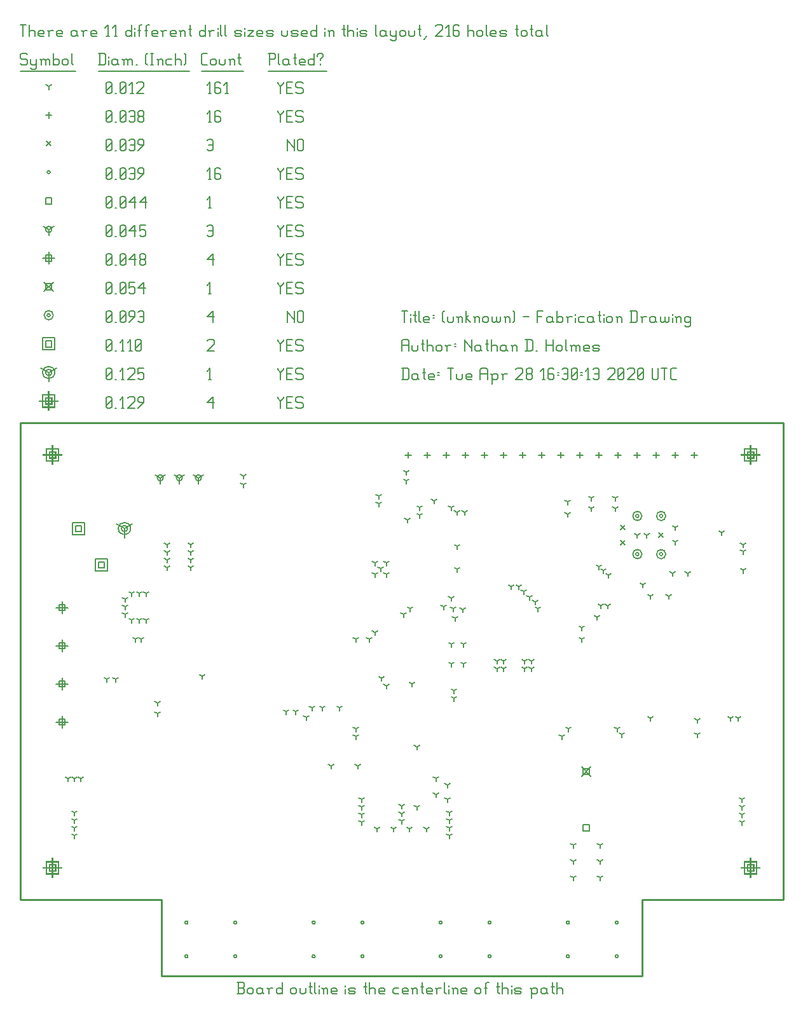
<source format=gbr>
G04 start of page 13 for group -3984 idx -3984 *
G04 Title: (unknown), fab *
G04 Creator: pcb 4.0.2 *
G04 CreationDate: Tue Apr 28 16:30:13 2020 UTC *
G04 For: ndholmes *
G04 Format: Gerber/RS-274X *
G04 PCB-Dimensions (mil): 4000.00 2900.00 *
G04 PCB-Coordinate-Origin: lower left *
%MOIN*%
%FSLAX25Y25*%
%LNFAB*%
%ADD101C,0.0100*%
%ADD100C,0.0060*%
%ADD99R,0.0080X0.0080*%
G54D99*X383000Y277800D02*Y268200D01*
X378200Y273000D02*X387800D01*
X381400Y274600D02*X384600D01*
X381400D02*Y271400D01*
X384600D01*
Y274600D02*Y271400D01*
X379800Y276200D02*X386200D01*
X379800D02*Y269800D01*
X386200D01*
Y276200D02*Y269800D01*
X17000Y61300D02*Y51700D01*
X12200Y56500D02*X21800D01*
X15400Y58100D02*X18600D01*
X15400D02*Y54900D01*
X18600D01*
Y58100D02*Y54900D01*
X13800Y59700D02*X20200D01*
X13800D02*Y53300D01*
X20200D01*
Y59700D02*Y53300D01*
X383000Y61300D02*Y51700D01*
X378200Y56500D02*X387800D01*
X381400Y58100D02*X384600D01*
X381400D02*Y54900D01*
X384600D01*
Y58100D02*Y54900D01*
X379800Y59700D02*X386200D01*
X379800D02*Y53300D01*
X386200D01*
Y59700D02*Y53300D01*
X17000Y277800D02*Y268200D01*
X12200Y273000D02*X21800D01*
X15400Y274600D02*X18600D01*
X15400D02*Y271400D01*
X18600D01*
Y274600D02*Y271400D01*
X13800Y276200D02*X20200D01*
X13800D02*Y269800D01*
X20200D01*
Y276200D02*Y269800D01*
X15000Y306050D02*Y296450D01*
X10200Y301250D02*X19800D01*
X13400Y302850D02*X16600D01*
X13400D02*Y299650D01*
X16600D01*
Y302850D02*Y299650D01*
X11800Y304450D02*X18200D01*
X11800D02*Y298050D01*
X18200D01*
Y304450D02*Y298050D01*
G54D100*X135000Y303500D02*Y302750D01*
X136500Y301250D01*
X138000Y302750D01*
Y303500D02*Y302750D01*
X136500Y301250D02*Y297500D01*
X139800Y300500D02*X142050D01*
X139800Y297500D02*X142800D01*
X139800Y303500D02*Y297500D01*
Y303500D02*X142800D01*
X147600D02*X148350Y302750D01*
X145350Y303500D02*X147600D01*
X144600Y302750D02*X145350Y303500D01*
X144600Y302750D02*Y301250D01*
X145350Y300500D01*
X147600D01*
X148350Y299750D01*
Y298250D01*
X147600Y297500D02*X148350Y298250D01*
X145350Y297500D02*X147600D01*
X144600Y298250D02*X145350Y297500D01*
X98000Y300500D02*X101000Y303500D01*
X98000Y300500D02*X101750D01*
X101000Y303500D02*Y297500D01*
X45000Y298250D02*X45750Y297500D01*
X45000Y302750D02*Y298250D01*
Y302750D02*X45750Y303500D01*
X47250D01*
X48000Y302750D01*
Y298250D01*
X47250Y297500D02*X48000Y298250D01*
X45750Y297500D02*X47250D01*
X45000Y299000D02*X48000Y302000D01*
X49800Y297500D02*X50550D01*
X53100D02*X54600D01*
X53850Y303500D02*Y297500D01*
X52350Y302000D02*X53850Y303500D01*
X56400Y302750D02*X57150Y303500D01*
X59400D01*
X60150Y302750D01*
Y301250D01*
X56400Y297500D02*X60150Y301250D01*
X56400Y297500D02*X60150D01*
X61950D02*X64950Y300500D01*
Y302750D02*Y300500D01*
X64200Y303500D02*X64950Y302750D01*
X62700Y303500D02*X64200D01*
X61950Y302750D02*X62700Y303500D01*
X61950Y302750D02*Y301250D01*
X62700Y300500D01*
X64950D01*
X54700Y234400D02*Y229600D01*
Y234400D02*X58860Y236800D01*
X54700Y234400D02*X50540Y236800D01*
X53100Y234400D02*G75*G03X56300Y234400I1600J0D01*G01*
G75*G03X53100Y234400I-1600J0D01*G01*
X51500D02*G75*G03X57900Y234400I3200J0D01*G01*
G75*G03X51500Y234400I-3200J0D01*G01*
X15000Y316250D02*Y311450D01*
Y316250D02*X19160Y318650D01*
X15000Y316250D02*X10840Y318650D01*
X13400Y316250D02*G75*G03X16600Y316250I1600J0D01*G01*
G75*G03X13400Y316250I-1600J0D01*G01*
X11800D02*G75*G03X18200Y316250I3200J0D01*G01*
G75*G03X11800Y316250I-3200J0D01*G01*
X135000Y318500D02*Y317750D01*
X136500Y316250D01*
X138000Y317750D01*
Y318500D02*Y317750D01*
X136500Y316250D02*Y312500D01*
X139800Y315500D02*X142050D01*
X139800Y312500D02*X142800D01*
X139800Y318500D02*Y312500D01*
Y318500D02*X142800D01*
X147600D02*X148350Y317750D01*
X145350Y318500D02*X147600D01*
X144600Y317750D02*X145350Y318500D01*
X144600Y317750D02*Y316250D01*
X145350Y315500D01*
X147600D01*
X148350Y314750D01*
Y313250D01*
X147600Y312500D02*X148350Y313250D01*
X145350Y312500D02*X147600D01*
X144600Y313250D02*X145350Y312500D01*
X98750D02*X100250D01*
X99500Y318500D02*Y312500D01*
X98000Y317000D02*X99500Y318500D01*
X45000Y313250D02*X45750Y312500D01*
X45000Y317750D02*Y313250D01*
Y317750D02*X45750Y318500D01*
X47250D01*
X48000Y317750D01*
Y313250D01*
X47250Y312500D02*X48000Y313250D01*
X45750Y312500D02*X47250D01*
X45000Y314000D02*X48000Y317000D01*
X49800Y312500D02*X50550D01*
X53100D02*X54600D01*
X53850Y318500D02*Y312500D01*
X52350Y317000D02*X53850Y318500D01*
X56400Y317750D02*X57150Y318500D01*
X59400D01*
X60150Y317750D01*
Y316250D01*
X56400Y312500D02*X60150Y316250D01*
X56400Y312500D02*X60150D01*
X61950Y318500D02*X64950D01*
X61950D02*Y315500D01*
X62700Y316250D01*
X64200D01*
X64950Y315500D01*
Y313250D01*
X64200Y312500D02*X64950Y313250D01*
X62700Y312500D02*X64200D01*
X61950Y313250D02*X62700Y312500D01*
X29100Y236000D02*X32300D01*
X29100D02*Y232800D01*
X32300D01*
Y236000D02*Y232800D01*
X27500Y237600D02*X33900D01*
X27500D02*Y231200D01*
X33900D01*
Y237600D02*Y231200D01*
X41100Y217000D02*X44300D01*
X41100D02*Y213800D01*
X44300D01*
Y217000D02*Y213800D01*
X39500Y218600D02*X45900D01*
X39500D02*Y212200D01*
X45900D01*
Y218600D02*Y212200D01*
X13400Y332850D02*X16600D01*
X13400D02*Y329650D01*
X16600D01*
Y332850D02*Y329650D01*
X11800Y334450D02*X18200D01*
X11800D02*Y328050D01*
X18200D01*
Y334450D02*Y328050D01*
X135000Y333500D02*Y332750D01*
X136500Y331250D01*
X138000Y332750D01*
Y333500D02*Y332750D01*
X136500Y331250D02*Y327500D01*
X139800Y330500D02*X142050D01*
X139800Y327500D02*X142800D01*
X139800Y333500D02*Y327500D01*
Y333500D02*X142800D01*
X147600D02*X148350Y332750D01*
X145350Y333500D02*X147600D01*
X144600Y332750D02*X145350Y333500D01*
X144600Y332750D02*Y331250D01*
X145350Y330500D01*
X147600D01*
X148350Y329750D01*
Y328250D01*
X147600Y327500D02*X148350Y328250D01*
X145350Y327500D02*X147600D01*
X144600Y328250D02*X145350Y327500D01*
X98000Y332750D02*X98750Y333500D01*
X101000D01*
X101750Y332750D01*
Y331250D01*
X98000Y327500D02*X101750Y331250D01*
X98000Y327500D02*X101750D01*
X45000Y328250D02*X45750Y327500D01*
X45000Y332750D02*Y328250D01*
Y332750D02*X45750Y333500D01*
X47250D01*
X48000Y332750D01*
Y328250D01*
X47250Y327500D02*X48000Y328250D01*
X45750Y327500D02*X47250D01*
X45000Y329000D02*X48000Y332000D01*
X49800Y327500D02*X50550D01*
X53100D02*X54600D01*
X53850Y333500D02*Y327500D01*
X52350Y332000D02*X53850Y333500D01*
X57150Y327500D02*X58650D01*
X57900Y333500D02*Y327500D01*
X56400Y332000D02*X57900Y333500D01*
X60450Y328250D02*X61200Y327500D01*
X60450Y332750D02*Y328250D01*
Y332750D02*X61200Y333500D01*
X62700D01*
X63450Y332750D01*
Y328250D01*
X62700Y327500D02*X63450Y328250D01*
X61200Y327500D02*X62700D01*
X60450Y329000D02*X63450Y332000D01*
X335300Y221000D02*G75*G03X336900Y221000I800J0D01*G01*
G75*G03X335300Y221000I-800J0D01*G01*
X333700D02*G75*G03X338500Y221000I2400J0D01*G01*
G75*G03X333700Y221000I-2400J0D01*G01*
X322800D02*G75*G03X324400Y221000I800J0D01*G01*
G75*G03X322800Y221000I-800J0D01*G01*
X321200D02*G75*G03X326000Y221000I2400J0D01*G01*
G75*G03X321200Y221000I-2400J0D01*G01*
X322800Y241000D02*G75*G03X324400Y241000I800J0D01*G01*
G75*G03X322800Y241000I-800J0D01*G01*
X321200D02*G75*G03X326000Y241000I2400J0D01*G01*
G75*G03X321200Y241000I-2400J0D01*G01*
X335300D02*G75*G03X336900Y241000I800J0D01*G01*
G75*G03X335300Y241000I-800J0D01*G01*
X333700D02*G75*G03X338500Y241000I2400J0D01*G01*
G75*G03X333700Y241000I-2400J0D01*G01*
X14200Y346250D02*G75*G03X15800Y346250I800J0D01*G01*
G75*G03X14200Y346250I-800J0D01*G01*
X12600D02*G75*G03X17400Y346250I2400J0D01*G01*
G75*G03X12600Y346250I-2400J0D01*G01*
X140000Y348500D02*Y342500D01*
Y348500D02*Y347750D01*
X143750Y344000D01*
Y348500D02*Y342500D01*
X145550Y347750D02*Y343250D01*
Y347750D02*X146300Y348500D01*
X147800D01*
X148550Y347750D01*
Y343250D01*
X147800Y342500D02*X148550Y343250D01*
X146300Y342500D02*X147800D01*
X145550Y343250D02*X146300Y342500D01*
X98000Y345500D02*X101000Y348500D01*
X98000Y345500D02*X101750D01*
X101000Y348500D02*Y342500D01*
X45000Y343250D02*X45750Y342500D01*
X45000Y347750D02*Y343250D01*
Y347750D02*X45750Y348500D01*
X47250D01*
X48000Y347750D01*
Y343250D01*
X47250Y342500D02*X48000Y343250D01*
X45750Y342500D02*X47250D01*
X45000Y344000D02*X48000Y347000D01*
X49800Y342500D02*X50550D01*
X52350Y343250D02*X53100Y342500D01*
X52350Y347750D02*Y343250D01*
Y347750D02*X53100Y348500D01*
X54600D01*
X55350Y347750D01*
Y343250D01*
X54600Y342500D02*X55350Y343250D01*
X53100Y342500D02*X54600D01*
X52350Y344000D02*X55350Y347000D01*
X57150Y342500D02*X60150Y345500D01*
Y347750D02*Y345500D01*
X59400Y348500D02*X60150Y347750D01*
X57900Y348500D02*X59400D01*
X57150Y347750D02*X57900Y348500D01*
X57150Y347750D02*Y346250D01*
X57900Y345500D01*
X60150D01*
X61950Y347750D02*X62700Y348500D01*
X64200D01*
X64950Y347750D01*
Y343250D01*
X64200Y342500D02*X64950Y343250D01*
X62700Y342500D02*X64200D01*
X61950Y343250D02*X62700Y342500D01*
Y345500D02*X64950D01*
X294400Y109364D02*X299200Y104564D01*
X294400D02*X299200Y109364D01*
X295200Y108564D02*X298400D01*
X295200D02*Y105364D01*
X298400D01*
Y108564D02*Y105364D01*
X12600Y363650D02*X17400Y358850D01*
X12600D02*X17400Y363650D01*
X13400Y362850D02*X16600D01*
X13400D02*Y359650D01*
X16600D01*
Y362850D02*Y359650D01*
X135000Y363500D02*Y362750D01*
X136500Y361250D01*
X138000Y362750D01*
Y363500D02*Y362750D01*
X136500Y361250D02*Y357500D01*
X139800Y360500D02*X142050D01*
X139800Y357500D02*X142800D01*
X139800Y363500D02*Y357500D01*
Y363500D02*X142800D01*
X147600D02*X148350Y362750D01*
X145350Y363500D02*X147600D01*
X144600Y362750D02*X145350Y363500D01*
X144600Y362750D02*Y361250D01*
X145350Y360500D01*
X147600D01*
X148350Y359750D01*
Y358250D01*
X147600Y357500D02*X148350Y358250D01*
X145350Y357500D02*X147600D01*
X144600Y358250D02*X145350Y357500D01*
X98750D02*X100250D01*
X99500Y363500D02*Y357500D01*
X98000Y362000D02*X99500Y363500D01*
X45000Y358250D02*X45750Y357500D01*
X45000Y362750D02*Y358250D01*
Y362750D02*X45750Y363500D01*
X47250D01*
X48000Y362750D01*
Y358250D01*
X47250Y357500D02*X48000Y358250D01*
X45750Y357500D02*X47250D01*
X45000Y359000D02*X48000Y362000D01*
X49800Y357500D02*X50550D01*
X52350Y358250D02*X53100Y357500D01*
X52350Y362750D02*Y358250D01*
Y362750D02*X53100Y363500D01*
X54600D01*
X55350Y362750D01*
Y358250D01*
X54600Y357500D02*X55350Y358250D01*
X53100Y357500D02*X54600D01*
X52350Y359000D02*X55350Y362000D01*
X57150Y363500D02*X60150D01*
X57150D02*Y360500D01*
X57900Y361250D01*
X59400D01*
X60150Y360500D01*
Y358250D01*
X59400Y357500D02*X60150Y358250D01*
X57900Y357500D02*X59400D01*
X57150Y358250D02*X57900Y357500D01*
X61950Y360500D02*X64950Y363500D01*
X61950Y360500D02*X65700D01*
X64950Y363500D02*Y357500D01*
X22000Y156200D02*Y149800D01*
X18800Y153000D02*X25200D01*
X20400Y154600D02*X23600D01*
X20400D02*Y151400D01*
X23600D01*
Y154600D02*Y151400D01*
X22000Y136200D02*Y129800D01*
X18800Y133000D02*X25200D01*
X20400Y134600D02*X23600D01*
X20400D02*Y131400D01*
X23600D01*
Y134600D02*Y131400D01*
X22000Y196200D02*Y189800D01*
X18800Y193000D02*X25200D01*
X20400Y194600D02*X23600D01*
X20400D02*Y191400D01*
X23600D01*
Y194600D02*Y191400D01*
X22000Y176200D02*Y169800D01*
X18800Y173000D02*X25200D01*
X20400Y174600D02*X23600D01*
X20400D02*Y171400D01*
X23600D01*
Y174600D02*Y171400D01*
X15000Y379450D02*Y373050D01*
X11800Y376250D02*X18200D01*
X13400Y377850D02*X16600D01*
X13400D02*Y374650D01*
X16600D01*
Y377850D02*Y374650D01*
X135000Y378500D02*Y377750D01*
X136500Y376250D01*
X138000Y377750D01*
Y378500D02*Y377750D01*
X136500Y376250D02*Y372500D01*
X139800Y375500D02*X142050D01*
X139800Y372500D02*X142800D01*
X139800Y378500D02*Y372500D01*
Y378500D02*X142800D01*
X147600D02*X148350Y377750D01*
X145350Y378500D02*X147600D01*
X144600Y377750D02*X145350Y378500D01*
X144600Y377750D02*Y376250D01*
X145350Y375500D01*
X147600D01*
X148350Y374750D01*
Y373250D01*
X147600Y372500D02*X148350Y373250D01*
X145350Y372500D02*X147600D01*
X144600Y373250D02*X145350Y372500D01*
X98000Y375500D02*X101000Y378500D01*
X98000Y375500D02*X101750D01*
X101000Y378500D02*Y372500D01*
X45000Y373250D02*X45750Y372500D01*
X45000Y377750D02*Y373250D01*
Y377750D02*X45750Y378500D01*
X47250D01*
X48000Y377750D01*
Y373250D01*
X47250Y372500D02*X48000Y373250D01*
X45750Y372500D02*X47250D01*
X45000Y374000D02*X48000Y377000D01*
X49800Y372500D02*X50550D01*
X52350Y373250D02*X53100Y372500D01*
X52350Y377750D02*Y373250D01*
Y377750D02*X53100Y378500D01*
X54600D01*
X55350Y377750D01*
Y373250D01*
X54600Y372500D02*X55350Y373250D01*
X53100Y372500D02*X54600D01*
X52350Y374000D02*X55350Y377000D01*
X57150Y375500D02*X60150Y378500D01*
X57150Y375500D02*X60900D01*
X60150Y378500D02*Y372500D01*
X62700Y373250D02*X63450Y372500D01*
X62700Y374750D02*Y373250D01*
Y374750D02*X63450Y375500D01*
X64950D01*
X65700Y374750D01*
Y373250D01*
X64950Y372500D02*X65700Y373250D01*
X63450Y372500D02*X64950D01*
X62700Y376250D02*X63450Y375500D01*
X62700Y377750D02*Y376250D01*
Y377750D02*X63450Y378500D01*
X64950D01*
X65700Y377750D01*
Y376250D01*
X64950Y375500D02*X65700Y376250D01*
X93500Y261000D02*Y257800D01*
Y261000D02*X96273Y262600D01*
X93500Y261000D02*X90727Y262600D01*
X91900Y261000D02*G75*G03X95100Y261000I1600J0D01*G01*
G75*G03X91900Y261000I-1600J0D01*G01*
X83500D02*Y257800D01*
Y261000D02*X86273Y262600D01*
X83500Y261000D02*X80727Y262600D01*
X81900Y261000D02*G75*G03X85100Y261000I1600J0D01*G01*
G75*G03X81900Y261000I-1600J0D01*G01*
X73500D02*Y257800D01*
Y261000D02*X76273Y262600D01*
X73500Y261000D02*X70727Y262600D01*
X71900Y261000D02*G75*G03X75100Y261000I1600J0D01*G01*
G75*G03X71900Y261000I-1600J0D01*G01*
X15000Y391250D02*Y388050D01*
Y391250D02*X17773Y392850D01*
X15000Y391250D02*X12227Y392850D01*
X13400Y391250D02*G75*G03X16600Y391250I1600J0D01*G01*
G75*G03X13400Y391250I-1600J0D01*G01*
X135000Y393500D02*Y392750D01*
X136500Y391250D01*
X138000Y392750D01*
Y393500D02*Y392750D01*
X136500Y391250D02*Y387500D01*
X139800Y390500D02*X142050D01*
X139800Y387500D02*X142800D01*
X139800Y393500D02*Y387500D01*
Y393500D02*X142800D01*
X147600D02*X148350Y392750D01*
X145350Y393500D02*X147600D01*
X144600Y392750D02*X145350Y393500D01*
X144600Y392750D02*Y391250D01*
X145350Y390500D01*
X147600D01*
X148350Y389750D01*
Y388250D01*
X147600Y387500D02*X148350Y388250D01*
X145350Y387500D02*X147600D01*
X144600Y388250D02*X145350Y387500D01*
X98000Y392750D02*X98750Y393500D01*
X100250D01*
X101000Y392750D01*
Y388250D01*
X100250Y387500D02*X101000Y388250D01*
X98750Y387500D02*X100250D01*
X98000Y388250D02*X98750Y387500D01*
Y390500D02*X101000D01*
X45000Y388250D02*X45750Y387500D01*
X45000Y392750D02*Y388250D01*
Y392750D02*X45750Y393500D01*
X47250D01*
X48000Y392750D01*
Y388250D01*
X47250Y387500D02*X48000Y388250D01*
X45750Y387500D02*X47250D01*
X45000Y389000D02*X48000Y392000D01*
X49800Y387500D02*X50550D01*
X52350Y388250D02*X53100Y387500D01*
X52350Y392750D02*Y388250D01*
Y392750D02*X53100Y393500D01*
X54600D01*
X55350Y392750D01*
Y388250D01*
X54600Y387500D02*X55350Y388250D01*
X53100Y387500D02*X54600D01*
X52350Y389000D02*X55350Y392000D01*
X57150Y390500D02*X60150Y393500D01*
X57150Y390500D02*X60900D01*
X60150Y393500D02*Y387500D01*
X62700Y393500D02*X65700D01*
X62700D02*Y390500D01*
X63450Y391250D01*
X64950D01*
X65700Y390500D01*
Y388250D01*
X64950Y387500D02*X65700Y388250D01*
X63450Y387500D02*X64950D01*
X62700Y388250D02*X63450Y387500D01*
X295200Y79036D02*X298400D01*
X295200D02*Y75836D01*
X298400D01*
Y79036D02*Y75836D01*
X13400Y407850D02*X16600D01*
X13400D02*Y404650D01*
X16600D01*
Y407850D02*Y404650D01*
X135000Y408500D02*Y407750D01*
X136500Y406250D01*
X138000Y407750D01*
Y408500D02*Y407750D01*
X136500Y406250D02*Y402500D01*
X139800Y405500D02*X142050D01*
X139800Y402500D02*X142800D01*
X139800Y408500D02*Y402500D01*
Y408500D02*X142800D01*
X147600D02*X148350Y407750D01*
X145350Y408500D02*X147600D01*
X144600Y407750D02*X145350Y408500D01*
X144600Y407750D02*Y406250D01*
X145350Y405500D01*
X147600D01*
X148350Y404750D01*
Y403250D01*
X147600Y402500D02*X148350Y403250D01*
X145350Y402500D02*X147600D01*
X144600Y403250D02*X145350Y402500D01*
X98750D02*X100250D01*
X99500Y408500D02*Y402500D01*
X98000Y407000D02*X99500Y408500D01*
X45000Y403250D02*X45750Y402500D01*
X45000Y407750D02*Y403250D01*
Y407750D02*X45750Y408500D01*
X47250D01*
X48000Y407750D01*
Y403250D01*
X47250Y402500D02*X48000Y403250D01*
X45750Y402500D02*X47250D01*
X45000Y404000D02*X48000Y407000D01*
X49800Y402500D02*X50550D01*
X52350Y403250D02*X53100Y402500D01*
X52350Y407750D02*Y403250D01*
Y407750D02*X53100Y408500D01*
X54600D01*
X55350Y407750D01*
Y403250D01*
X54600Y402500D02*X55350Y403250D01*
X53100Y402500D02*X54600D01*
X52350Y404000D02*X55350Y407000D01*
X57150Y405500D02*X60150Y408500D01*
X57150Y405500D02*X60900D01*
X60150Y408500D02*Y402500D01*
X62700Y405500D02*X65700Y408500D01*
X62700Y405500D02*X66450D01*
X65700Y408500D02*Y402500D01*
X111995Y10142D02*G75*G03X113595Y10142I800J0D01*G01*
G75*G03X111995Y10142I-800J0D01*G01*
X86405D02*G75*G03X88005Y10142I800J0D01*G01*
G75*G03X86405Y10142I-800J0D01*G01*
X111995Y27858D02*G75*G03X113595Y27858I800J0D01*G01*
G75*G03X111995Y27858I-800J0D01*G01*
X86405D02*G75*G03X88005Y27858I800J0D01*G01*
G75*G03X86405Y27858I-800J0D01*G01*
X178695Y10142D02*G75*G03X180295Y10142I800J0D01*G01*
G75*G03X178695Y10142I-800J0D01*G01*
X153105D02*G75*G03X154705Y10142I800J0D01*G01*
G75*G03X153105Y10142I-800J0D01*G01*
X178695Y27858D02*G75*G03X180295Y27858I800J0D01*G01*
G75*G03X178695Y27858I-800J0D01*G01*
X153105D02*G75*G03X154705Y27858I800J0D01*G01*
G75*G03X153105Y27858I-800J0D01*G01*
X245295Y10142D02*G75*G03X246895Y10142I800J0D01*G01*
G75*G03X245295Y10142I-800J0D01*G01*
X219705D02*G75*G03X221305Y10142I800J0D01*G01*
G75*G03X219705Y10142I-800J0D01*G01*
X245295Y27858D02*G75*G03X246895Y27858I800J0D01*G01*
G75*G03X245295Y27858I-800J0D01*G01*
X219705D02*G75*G03X221305Y27858I800J0D01*G01*
G75*G03X219705Y27858I-800J0D01*G01*
X311995Y10142D02*G75*G03X313595Y10142I800J0D01*G01*
G75*G03X311995Y10142I-800J0D01*G01*
X286405D02*G75*G03X288005Y10142I800J0D01*G01*
G75*G03X286405Y10142I-800J0D01*G01*
X311995Y27858D02*G75*G03X313595Y27858I800J0D01*G01*
G75*G03X311995Y27858I-800J0D01*G01*
X286405D02*G75*G03X288005Y27858I800J0D01*G01*
G75*G03X286405Y27858I-800J0D01*G01*
X334900Y232200D02*X337300Y229800D01*
X334900D02*X337300Y232200D01*
X314900Y228200D02*X317300Y225800D01*
X314900D02*X317300Y228200D01*
X314900Y236200D02*X317300Y233800D01*
X314900D02*X317300Y236200D01*
X14200Y421250D02*G75*G03X15800Y421250I800J0D01*G01*
G75*G03X14200Y421250I-800J0D01*G01*
X135000Y423500D02*Y422750D01*
X136500Y421250D01*
X138000Y422750D01*
Y423500D02*Y422750D01*
X136500Y421250D02*Y417500D01*
X139800Y420500D02*X142050D01*
X139800Y417500D02*X142800D01*
X139800Y423500D02*Y417500D01*
Y423500D02*X142800D01*
X147600D02*X148350Y422750D01*
X145350Y423500D02*X147600D01*
X144600Y422750D02*X145350Y423500D01*
X144600Y422750D02*Y421250D01*
X145350Y420500D01*
X147600D01*
X148350Y419750D01*
Y418250D01*
X147600Y417500D02*X148350Y418250D01*
X145350Y417500D02*X147600D01*
X144600Y418250D02*X145350Y417500D01*
X98750D02*X100250D01*
X99500Y423500D02*Y417500D01*
X98000Y422000D02*X99500Y423500D01*
X104300D02*X105050Y422750D01*
X102800Y423500D02*X104300D01*
X102050Y422750D02*X102800Y423500D01*
X102050Y422750D02*Y418250D01*
X102800Y417500D01*
X104300Y420500D02*X105050Y419750D01*
X102050Y420500D02*X104300D01*
X102800Y417500D02*X104300D01*
X105050Y418250D01*
Y419750D02*Y418250D01*
X13800Y437450D02*X16200Y435050D01*
X13800D02*X16200Y437450D01*
X140000Y438500D02*Y432500D01*
Y438500D02*Y437750D01*
X143750Y434000D01*
Y438500D02*Y432500D01*
X145550Y437750D02*Y433250D01*
Y437750D02*X146300Y438500D01*
X147800D01*
X148550Y437750D01*
Y433250D01*
X147800Y432500D02*X148550Y433250D01*
X146300Y432500D02*X147800D01*
X145550Y433250D02*X146300Y432500D01*
X98000Y437750D02*X98750Y438500D01*
X100250D01*
X101000Y437750D01*
Y433250D01*
X100250Y432500D02*X101000Y433250D01*
X98750Y432500D02*X100250D01*
X98000Y433250D02*X98750Y432500D01*
Y435500D02*X101000D01*
X45000Y433250D02*X45750Y432500D01*
X45000Y437750D02*Y433250D01*
Y437750D02*X45750Y438500D01*
X47250D01*
X48000Y437750D01*
Y433250D01*
X47250Y432500D02*X48000Y433250D01*
X45750Y432500D02*X47250D01*
X45000Y434000D02*X48000Y437000D01*
X49800Y432500D02*X50550D01*
X52350Y433250D02*X53100Y432500D01*
X52350Y437750D02*Y433250D01*
Y437750D02*X53100Y438500D01*
X54600D01*
X55350Y437750D01*
Y433250D01*
X54600Y432500D02*X55350Y433250D01*
X53100Y432500D02*X54600D01*
X52350Y434000D02*X55350Y437000D01*
X57150Y437750D02*X57900Y438500D01*
X59400D01*
X60150Y437750D01*
Y433250D01*
X59400Y432500D02*X60150Y433250D01*
X57900Y432500D02*X59400D01*
X57150Y433250D02*X57900Y432500D01*
Y435500D02*X60150D01*
X61950Y432500D02*X64950Y435500D01*
Y437750D02*Y435500D01*
X64200Y438500D02*X64950Y437750D01*
X62700Y438500D02*X64200D01*
X61950Y437750D02*X62700Y438500D01*
X61950Y437750D02*Y436250D01*
X62700Y435500D01*
X64950D01*
X45000Y418250D02*X45750Y417500D01*
X45000Y422750D02*Y418250D01*
Y422750D02*X45750Y423500D01*
X47250D01*
X48000Y422750D01*
Y418250D01*
X47250Y417500D02*X48000Y418250D01*
X45750Y417500D02*X47250D01*
X45000Y419000D02*X48000Y422000D01*
X49800Y417500D02*X50550D01*
X52350Y418250D02*X53100Y417500D01*
X52350Y422750D02*Y418250D01*
Y422750D02*X53100Y423500D01*
X54600D01*
X55350Y422750D01*
Y418250D01*
X54600Y417500D02*X55350Y418250D01*
X53100Y417500D02*X54600D01*
X52350Y419000D02*X55350Y422000D01*
X57150Y422750D02*X57900Y423500D01*
X59400D01*
X60150Y422750D01*
Y418250D01*
X59400Y417500D02*X60150Y418250D01*
X57900Y417500D02*X59400D01*
X57150Y418250D02*X57900Y417500D01*
Y420500D02*X60150D01*
X61950Y417500D02*X64950Y420500D01*
Y422750D02*Y420500D01*
X64200Y423500D02*X64950Y422750D01*
X62700Y423500D02*X64200D01*
X61950Y422750D02*X62700Y423500D01*
X61950Y422750D02*Y421250D01*
X62700Y420500D01*
X64950D01*
X353500Y274600D02*Y271400D01*
X351900Y273000D02*X355100D01*
X343500Y274600D02*Y271400D01*
X341900Y273000D02*X345100D01*
X333500Y274600D02*Y271400D01*
X331900Y273000D02*X335100D01*
X323500Y274600D02*Y271400D01*
X321900Y273000D02*X325100D01*
X313500Y274600D02*Y271400D01*
X311900Y273000D02*X315100D01*
X303500Y274600D02*Y271400D01*
X301900Y273000D02*X305100D01*
X293500Y274600D02*Y271400D01*
X291900Y273000D02*X295100D01*
X283500Y274600D02*Y271400D01*
X281900Y273000D02*X285100D01*
X273500Y274600D02*Y271400D01*
X271900Y273000D02*X275100D01*
X263500Y274600D02*Y271400D01*
X261900Y273000D02*X265100D01*
X253500Y274600D02*Y271400D01*
X251900Y273000D02*X255100D01*
X243500Y274600D02*Y271400D01*
X241900Y273000D02*X245100D01*
X233500Y274600D02*Y271400D01*
X231900Y273000D02*X235100D01*
X223500Y274600D02*Y271400D01*
X221900Y273000D02*X225100D01*
X213500Y274600D02*Y271400D01*
X211900Y273000D02*X215100D01*
X203500Y274600D02*Y271400D01*
X201900Y273000D02*X205100D01*
X15000Y452850D02*Y449650D01*
X13400Y451250D02*X16600D01*
X135000Y453500D02*Y452750D01*
X136500Y451250D01*
X138000Y452750D01*
Y453500D02*Y452750D01*
X136500Y451250D02*Y447500D01*
X139800Y450500D02*X142050D01*
X139800Y447500D02*X142800D01*
X139800Y453500D02*Y447500D01*
Y453500D02*X142800D01*
X147600D02*X148350Y452750D01*
X145350Y453500D02*X147600D01*
X144600Y452750D02*X145350Y453500D01*
X144600Y452750D02*Y451250D01*
X145350Y450500D01*
X147600D01*
X148350Y449750D01*
Y448250D01*
X147600Y447500D02*X148350Y448250D01*
X145350Y447500D02*X147600D01*
X144600Y448250D02*X145350Y447500D01*
X98750D02*X100250D01*
X99500Y453500D02*Y447500D01*
X98000Y452000D02*X99500Y453500D01*
X104300D02*X105050Y452750D01*
X102800Y453500D02*X104300D01*
X102050Y452750D02*X102800Y453500D01*
X102050Y452750D02*Y448250D01*
X102800Y447500D01*
X104300Y450500D02*X105050Y449750D01*
X102050Y450500D02*X104300D01*
X102800Y447500D02*X104300D01*
X105050Y448250D01*
Y449750D02*Y448250D01*
X45000D02*X45750Y447500D01*
X45000Y452750D02*Y448250D01*
Y452750D02*X45750Y453500D01*
X47250D01*
X48000Y452750D01*
Y448250D01*
X47250Y447500D02*X48000Y448250D01*
X45750Y447500D02*X47250D01*
X45000Y449000D02*X48000Y452000D01*
X49800Y447500D02*X50550D01*
X52350Y448250D02*X53100Y447500D01*
X52350Y452750D02*Y448250D01*
Y452750D02*X53100Y453500D01*
X54600D01*
X55350Y452750D01*
Y448250D01*
X54600Y447500D02*X55350Y448250D01*
X53100Y447500D02*X54600D01*
X52350Y449000D02*X55350Y452000D01*
X57150Y452750D02*X57900Y453500D01*
X59400D01*
X60150Y452750D01*
Y448250D01*
X59400Y447500D02*X60150Y448250D01*
X57900Y447500D02*X59400D01*
X57150Y448250D02*X57900Y447500D01*
Y450500D02*X60150D01*
X61950Y448250D02*X62700Y447500D01*
X61950Y449750D02*Y448250D01*
Y449750D02*X62700Y450500D01*
X64200D01*
X64950Y449750D01*
Y448250D01*
X64200Y447500D02*X64950Y448250D01*
X62700Y447500D02*X64200D01*
X61950Y451250D02*X62700Y450500D01*
X61950Y452750D02*Y451250D01*
Y452750D02*X62700Y453500D01*
X64200D01*
X64950Y452750D01*
Y451250D01*
X64200Y450500D02*X64950Y451250D01*
X45500Y155500D02*Y153900D01*
Y155500D02*X46887Y156300D01*
X45500Y155500D02*X44113Y156300D01*
X50000Y155500D02*Y153900D01*
Y155500D02*X51387Y156300D01*
X50000Y155500D02*X48613Y156300D01*
X72000Y143000D02*Y141400D01*
Y143000D02*X73387Y143800D01*
X72000Y143000D02*X70613Y143800D01*
X72000Y137500D02*Y135900D01*
Y137500D02*X73387Y138300D01*
X72000Y137500D02*X70613Y138300D01*
X89500Y226000D02*Y224400D01*
Y226000D02*X90887Y226800D01*
X89500Y226000D02*X88113Y226800D01*
X89500Y222000D02*Y220400D01*
Y222000D02*X90887Y222800D01*
X89500Y222000D02*X88113Y222800D01*
X89500Y218000D02*Y216400D01*
Y218000D02*X90887Y218800D01*
X89500Y218000D02*X88113Y218800D01*
X89500Y214000D02*Y212400D01*
Y214000D02*X90887Y214800D01*
X89500Y214000D02*X88113Y214800D01*
X77000Y226000D02*Y224400D01*
Y226000D02*X78387Y226800D01*
X77000Y226000D02*X75613Y226800D01*
X77000Y222000D02*Y220400D01*
Y222000D02*X78387Y222800D01*
X77000Y222000D02*X75613Y222800D01*
X77000Y218000D02*Y216400D01*
Y218000D02*X78387Y218800D01*
X77000Y218000D02*X75613Y218800D01*
X77000Y214000D02*Y212400D01*
Y214000D02*X78387Y214800D01*
X77000Y214000D02*X75613Y214800D01*
X58500Y186500D02*Y184900D01*
Y186500D02*X59887Y187300D01*
X58500Y186500D02*X57113Y187300D01*
X55000Y197500D02*Y195900D01*
Y197500D02*X56387Y198300D01*
X55000Y197500D02*X53613Y198300D01*
X55000Y193500D02*Y191900D01*
Y193500D02*X56387Y194300D01*
X55000Y193500D02*X53613Y194300D01*
X55000Y189500D02*Y187900D01*
Y189500D02*X56387Y190300D01*
X55000Y189500D02*X53613Y190300D01*
X62500Y186500D02*Y184900D01*
Y186500D02*X63887Y187300D01*
X62500Y186500D02*X61113Y187300D01*
X66000Y186500D02*Y184900D01*
Y186500D02*X67387Y187300D01*
X66000Y186500D02*X64613Y187300D01*
X58500Y200500D02*Y198900D01*
Y200500D02*X59887Y201300D01*
X58500Y200500D02*X57113Y201300D01*
X62500Y200500D02*Y198900D01*
Y200500D02*X63887Y201300D01*
X62500Y200500D02*X61113Y201300D01*
X66000Y200500D02*Y198900D01*
Y200500D02*X67387Y201300D01*
X66000Y200500D02*X64613Y201300D01*
X63500Y176500D02*Y174900D01*
Y176500D02*X64887Y177300D01*
X63500Y176500D02*X62113Y177300D01*
X60500Y176500D02*Y174900D01*
Y176500D02*X61887Y177300D01*
X60500Y176500D02*X59113Y177300D01*
X25100Y103300D02*Y101700D01*
Y103300D02*X26487Y104100D01*
X25100Y103300D02*X23713Y104100D01*
X28400Y103300D02*Y101700D01*
Y103300D02*X29787Y104100D01*
X28400Y103300D02*X27013Y104100D01*
X31800Y103300D02*Y101700D01*
Y103300D02*X33187Y104100D01*
X31800Y103300D02*X30413Y104100D01*
X227500Y149500D02*Y147900D01*
Y149500D02*X228887Y150300D01*
X227500Y149500D02*X226113Y150300D01*
X227500Y145500D02*Y143900D01*
Y145500D02*X228887Y146300D01*
X227500Y145500D02*X226113Y146300D01*
X226100Y163400D02*Y161800D01*
Y163400D02*X227487Y164200D01*
X226100Y163400D02*X224713Y164200D01*
X232400Y163500D02*Y161900D01*
Y163500D02*X233787Y164300D01*
X232400Y163500D02*X231013Y164300D01*
X232400Y173800D02*Y172200D01*
Y173800D02*X233787Y174600D01*
X232400Y173800D02*X231013Y174600D01*
X226100Y173800D02*Y172200D01*
Y173800D02*X227487Y174600D01*
X226100Y173800D02*X224713Y174600D01*
X303400Y214500D02*Y212900D01*
Y214500D02*X304787Y215300D01*
X303400Y214500D02*X302013Y215300D01*
X294500Y176500D02*Y174900D01*
Y176500D02*X295887Y177300D01*
X294500Y176500D02*X293113Y177300D01*
X294500Y182500D02*Y180900D01*
Y182500D02*X295887Y183300D01*
X294500Y182500D02*X293113Y183300D01*
X229200Y213200D02*Y211600D01*
Y213200D02*X230587Y214000D01*
X229200Y213200D02*X227813Y214000D01*
X229200Y225200D02*Y223600D01*
Y225200D02*X230587Y226000D01*
X229200Y225200D02*X227813Y226000D01*
X264500Y165000D02*Y163400D01*
Y165000D02*X265887Y165800D01*
X264500Y165000D02*X263113Y165800D01*
X253500Y165000D02*Y163400D01*
Y165000D02*X254887Y165800D01*
X253500Y165000D02*X252113Y165800D01*
X253500Y161000D02*Y159400D01*
Y161000D02*X254887Y161800D01*
X253500Y161000D02*X252113Y161800D01*
X264500Y161000D02*Y159400D01*
Y161000D02*X265887Y161800D01*
X264500Y161000D02*X263113Y161800D01*
X250000Y165000D02*Y163400D01*
Y165000D02*X251387Y165800D01*
X250000Y165000D02*X248613Y165800D01*
X250000Y161000D02*Y159400D01*
Y161000D02*X251387Y161800D01*
X250000Y161000D02*X248613Y161800D01*
X268000Y165000D02*Y163400D01*
Y165000D02*X269387Y165800D01*
X268000Y165000D02*X266613Y165800D01*
X268000Y161000D02*Y159400D01*
Y161000D02*X269387Y161800D01*
X268000Y161000D02*X266613Y161800D01*
X257500Y204000D02*Y202400D01*
Y204000D02*X258887Y204800D01*
X257500Y204000D02*X256113Y204800D01*
X261500Y204000D02*Y202400D01*
Y204000D02*X262887Y204800D01*
X261500Y204000D02*X260113Y204800D01*
X305900Y212400D02*Y210800D01*
Y212400D02*X307287Y213200D01*
X305900Y212400D02*X304513Y213200D01*
X264000Y201500D02*Y199900D01*
Y201500D02*X265387Y202300D01*
X264000Y201500D02*X262613Y202300D01*
X267000Y198500D02*Y196900D01*
Y198500D02*X268387Y199300D01*
X267000Y198500D02*X265613Y199300D01*
X270000Y196000D02*Y194400D01*
Y196000D02*X271387Y196800D01*
X270000Y196000D02*X268613Y196800D01*
X271500Y192500D02*Y190900D01*
Y192500D02*X272887Y193300D01*
X271500Y192500D02*X270113Y193300D01*
X330500Y199000D02*Y197400D01*
Y199000D02*X331887Y199800D01*
X330500Y199000D02*X329113Y199800D01*
X340000Y199000D02*Y197400D01*
Y199000D02*X341387Y199800D01*
X340000Y199000D02*X338613Y199800D01*
X330500Y135000D02*Y133400D01*
Y135000D02*X331887Y135800D01*
X330500Y135000D02*X329113Y135800D01*
X372500Y135000D02*Y133400D01*
Y135000D02*X373887Y135800D01*
X372500Y135000D02*X371113Y135800D01*
X376500Y135000D02*Y133400D01*
Y135000D02*X377887Y135800D01*
X376500Y135000D02*X375113Y135800D01*
X379100Y212600D02*Y211000D01*
Y212600D02*X380487Y213400D01*
X379100Y212600D02*X377713Y213400D01*
X323600Y231000D02*Y229400D01*
Y231000D02*X324987Y231800D01*
X323600Y231000D02*X322213Y231800D01*
X367700Y232300D02*Y230700D01*
Y232300D02*X369087Y233100D01*
X367700Y232300D02*X366313Y233100D01*
X379000Y222500D02*Y220900D01*
Y222500D02*X380387Y223300D01*
X379000Y222500D02*X377613Y223300D01*
X379000Y226000D02*Y224400D01*
Y226000D02*X380387Y226800D01*
X379000Y226000D02*X377613Y226800D01*
X308500Y210000D02*Y208400D01*
Y210000D02*X309887Y210800D01*
X308500Y210000D02*X307113Y210800D01*
X328600Y231000D02*Y229400D01*
Y231000D02*X329987Y231800D01*
X328600Y231000D02*X327213Y231800D01*
X304500Y194000D02*Y192400D01*
Y194000D02*X305887Y194800D01*
X304500Y194000D02*X303113Y194800D01*
X308000Y194000D02*Y192400D01*
Y194000D02*X309387Y194800D01*
X308000Y194000D02*X306613Y194800D01*
X202500Y259500D02*Y257900D01*
Y259500D02*X203887Y260300D01*
X202500Y259500D02*X201113Y260300D01*
X202500Y264000D02*Y262400D01*
Y264000D02*X203887Y264800D01*
X202500Y264000D02*X201113Y264800D01*
X290000Y51500D02*Y49900D01*
Y51500D02*X291387Y52300D01*
X290000Y51500D02*X288613Y52300D01*
X304000Y51500D02*Y49900D01*
Y51500D02*X305387Y52300D01*
X304000Y51500D02*X302613Y52300D01*
X326500Y205000D02*Y203400D01*
Y205000D02*X327887Y205800D01*
X326500Y205000D02*X325113Y205800D01*
X204500Y192500D02*Y190900D01*
Y192500D02*X205887Y193300D01*
X204500Y192500D02*X203113Y193300D01*
X201000Y189500D02*Y187900D01*
Y189500D02*X202387Y190300D01*
X201000Y189500D02*X199613Y190300D01*
X228000Y187500D02*Y185900D01*
Y187500D02*X229387Y188300D01*
X228000Y187500D02*X226613Y188300D01*
X226000Y198000D02*Y196400D01*
Y198000D02*X227387Y198800D01*
X226000Y198000D02*X224613Y198800D01*
X222000Y193500D02*Y191900D01*
Y193500D02*X223387Y194300D01*
X222000Y193500D02*X220613Y194300D01*
X232000Y192000D02*Y190400D01*
Y192000D02*X233387Y192800D01*
X232000Y192000D02*X230613Y192800D01*
X227000Y192500D02*Y190900D01*
Y192500D02*X228387Y193300D01*
X227000Y192500D02*X225613Y193300D01*
X205500Y153000D02*Y151400D01*
Y153000D02*X206887Y153800D01*
X205500Y153000D02*X204113Y153800D01*
X209500Y245500D02*Y243900D01*
Y245500D02*X210887Y246300D01*
X209500Y245500D02*X208113Y246300D01*
X226000Y245500D02*Y243900D01*
Y245500D02*X227387Y246300D01*
X226000Y245500D02*X224613Y246300D01*
X188000Y247500D02*Y245900D01*
Y247500D02*X189387Y248300D01*
X188000Y247500D02*X186613Y248300D01*
X312000Y250500D02*Y248900D01*
Y250500D02*X313387Y251300D01*
X312000Y250500D02*X310613Y251300D01*
X233000Y243000D02*Y241400D01*
Y243000D02*X234387Y243800D01*
X233000Y243000D02*X231613Y243800D01*
X299500Y245000D02*Y243400D01*
Y245000D02*X300887Y245800D01*
X299500Y245000D02*X298113Y245800D01*
X312000Y245000D02*Y243400D01*
Y245000D02*X313387Y245800D01*
X312000Y245000D02*X310613Y245800D01*
X343500Y227500D02*Y225900D01*
Y227500D02*X344887Y228300D01*
X343500Y227500D02*X342113Y228300D01*
X343500Y235000D02*Y233400D01*
Y235000D02*X344887Y235800D01*
X343500Y235000D02*X342113Y235800D01*
X176000Y176500D02*Y174900D01*
Y176500D02*X177387Y177300D01*
X176000Y176500D02*X174613Y177300D01*
X189500Y156000D02*Y154400D01*
Y156000D02*X190887Y156800D01*
X189500Y156000D02*X188113Y156800D01*
X192000Y152000D02*Y150400D01*
Y152000D02*X193387Y152800D01*
X192000Y152000D02*X190613Y152800D01*
X217000Y249000D02*Y247400D01*
Y249000D02*X218387Y249800D01*
X217000Y249000D02*X215613Y249800D01*
X188000Y251500D02*Y249900D01*
Y251500D02*X189387Y252300D01*
X188000Y251500D02*X186613Y252300D01*
X117000Y257500D02*Y255900D01*
Y257500D02*X118387Y258300D01*
X117000Y257500D02*X115613Y258300D01*
X117000Y262000D02*Y260400D01*
Y262000D02*X118387Y262800D01*
X117000Y262000D02*X115613Y262800D01*
X95500Y157000D02*Y155400D01*
Y157000D02*X96887Y157800D01*
X95500Y157000D02*X94113Y157800D01*
X167500Y140500D02*Y138900D01*
Y140500D02*X168887Y141300D01*
X167500Y140500D02*X166113Y141300D01*
X158500Y140500D02*Y138900D01*
Y140500D02*X159887Y141300D01*
X158500Y140500D02*X157113Y141300D01*
X183000Y176500D02*Y174900D01*
Y176500D02*X184387Y177300D01*
X183000Y176500D02*X181613Y177300D01*
X186000Y180000D02*Y178400D01*
Y180000D02*X187387Y180800D01*
X186000Y180000D02*X184613Y180800D01*
X150000Y135500D02*Y133900D01*
Y135500D02*X151387Y136300D01*
X150000Y135500D02*X148613Y136300D01*
X218000Y103500D02*Y101900D01*
Y103500D02*X219387Y104300D01*
X218000Y103500D02*X216613Y104300D01*
X218000Y95000D02*Y93400D01*
Y95000D02*X219387Y95800D01*
X218000Y95000D02*X216613Y95800D01*
X224000Y92500D02*Y90900D01*
Y92500D02*X225387Y93300D01*
X224000Y92500D02*X222613Y93300D01*
X224000Y100000D02*Y98400D01*
Y100000D02*X225387Y100800D01*
X224000Y100000D02*X222613Y100800D01*
X208000Y120000D02*Y118400D01*
Y120000D02*X209387Y120800D01*
X208000Y120000D02*X206613Y120800D01*
X163000Y110000D02*Y108400D01*
Y110000D02*X164387Y110800D01*
X163000Y110000D02*X161613Y110800D01*
X177000Y110000D02*Y108400D01*
Y110000D02*X178387Y110800D01*
X177000Y110000D02*X175613Y110800D01*
X355000Y134000D02*Y132400D01*
Y134000D02*X356387Y134800D01*
X355000Y134000D02*X353613Y134800D01*
X355000Y126500D02*Y124900D01*
Y126500D02*X356387Y127300D01*
X355000Y126500D02*X353613Y127300D01*
X153000Y140500D02*Y138900D01*
Y140500D02*X154387Y141300D01*
X153000Y140500D02*X151613Y141300D01*
X139500Y138500D02*Y136900D01*
Y138500D02*X140887Y139300D01*
X139500Y138500D02*X138113Y139300D01*
X144500Y138500D02*Y136900D01*
Y138500D02*X145887Y139300D01*
X144500Y138500D02*X143113Y139300D01*
X176000Y129500D02*Y127900D01*
Y129500D02*X177387Y130300D01*
X176000Y129500D02*X174613Y130300D01*
X176000Y125500D02*Y123900D01*
Y125500D02*X177387Y126300D01*
X176000Y125500D02*X174613Y126300D01*
X315500Y126500D02*Y124900D01*
Y126500D02*X316887Y127300D01*
X315500Y126500D02*X314113Y127300D01*
X313000Y129500D02*Y127900D01*
Y129500D02*X314387Y130300D01*
X313000Y129500D02*X311613Y130300D01*
X287500Y129500D02*Y127900D01*
Y129500D02*X288887Y130300D01*
X287500Y129500D02*X286113Y130300D01*
X290000Y68500D02*Y66900D01*
Y68500D02*X291387Y69300D01*
X290000Y68500D02*X288613Y69300D01*
X304000Y68500D02*Y66900D01*
Y68500D02*X305387Y69300D01*
X304000Y68500D02*X302613Y69300D01*
X290000Y60000D02*Y58400D01*
Y60000D02*X291387Y60800D01*
X290000Y60000D02*X288613Y60800D01*
X304000Y60000D02*Y58400D01*
Y60000D02*X305387Y60800D01*
X304000Y60000D02*X302613Y60800D01*
X28500Y85500D02*Y83900D01*
Y85500D02*X29887Y86300D01*
X28500Y85500D02*X27113Y86300D01*
X28500Y81500D02*Y79900D01*
Y81500D02*X29887Y82300D01*
X28500Y81500D02*X27113Y82300D01*
X28500Y77500D02*Y75900D01*
Y77500D02*X29887Y78300D01*
X28500Y77500D02*X27113Y78300D01*
X28500Y73500D02*Y71900D01*
Y73500D02*X29887Y74300D01*
X28500Y73500D02*X27113Y74300D01*
X378500Y92500D02*Y90900D01*
Y92500D02*X379887Y93300D01*
X378500Y92500D02*X377113Y93300D01*
X378500Y88500D02*Y86900D01*
Y88500D02*X379887Y89300D01*
X378500Y88500D02*X377113Y89300D01*
X378500Y84500D02*Y82900D01*
Y84500D02*X379887Y85300D01*
X378500Y84500D02*X377113Y85300D01*
X378500Y80500D02*Y78900D01*
Y80500D02*X379887Y81300D01*
X378500Y80500D02*X377113Y81300D01*
X284000Y125500D02*Y123900D01*
Y125500D02*X285387Y126300D01*
X284000Y125500D02*X282613Y126300D01*
X302500Y188000D02*Y186400D01*
Y188000D02*X303887Y188800D01*
X302500Y188000D02*X301113Y188800D01*
X225000Y85500D02*Y83900D01*
Y85500D02*X226387Y86300D01*
X225000Y85500D02*X223613Y86300D01*
X225000Y81500D02*Y79900D01*
Y81500D02*X226387Y82300D01*
X225000Y81500D02*X223613Y82300D01*
X225000Y77500D02*Y75900D01*
Y77500D02*X226387Y78300D01*
X225000Y77500D02*X223613Y78300D01*
X225000Y73500D02*Y71900D01*
Y73500D02*X226387Y74300D01*
X225000Y73500D02*X223613Y74300D01*
X342000Y211000D02*Y209400D01*
Y211000D02*X343387Y211800D01*
X342000Y211000D02*X340613Y211800D01*
X350000Y211000D02*Y209400D01*
Y211000D02*X351387Y211800D01*
X350000Y211000D02*X348613Y211800D01*
X209400Y241500D02*Y239900D01*
Y241500D02*X210787Y242300D01*
X209400Y241500D02*X208013Y242300D01*
X203000Y239000D02*Y237400D01*
Y239000D02*X204387Y239800D01*
X203000Y239000D02*X201613Y239800D01*
X229000Y243000D02*Y241400D01*
Y243000D02*X230387Y243800D01*
X229000Y243000D02*X227613Y243800D01*
X192000Y216500D02*Y214900D01*
Y216500D02*X193387Y217300D01*
X192000Y216500D02*X190613Y217300D01*
X192000Y210500D02*Y208900D01*
Y210500D02*X193387Y211300D01*
X192000Y210500D02*X190613Y211300D01*
X189000Y213500D02*Y211900D01*
Y213500D02*X190387Y214300D01*
X189000Y213500D02*X187613Y214300D01*
X186000Y216500D02*Y214900D01*
Y216500D02*X187387Y217300D01*
X186000Y216500D02*X184613Y217300D01*
X186000Y210500D02*Y208900D01*
Y210500D02*X187387Y211300D01*
X186000Y210500D02*X184613Y211300D01*
X299500Y250500D02*Y248900D01*
Y250500D02*X300887Y251300D01*
X299500Y250500D02*X298113Y251300D01*
X287000Y248500D02*Y246900D01*
Y248500D02*X288387Y249300D01*
X287000Y248500D02*X285613Y249300D01*
X287000Y242000D02*Y240400D01*
Y242000D02*X288387Y242800D01*
X287000Y242000D02*X285613Y242800D01*
X200000Y85000D02*Y83400D01*
Y85000D02*X201387Y85800D01*
X200000Y85000D02*X198613Y85800D01*
X200000Y81200D02*Y79600D01*
Y81200D02*X201387Y82000D01*
X200000Y81200D02*X198613Y82000D01*
X200000Y89000D02*Y87400D01*
Y89000D02*X201387Y89800D01*
X200000Y89000D02*X198613Y89800D01*
X179000Y92500D02*Y90900D01*
Y92500D02*X180387Y93300D01*
X179000Y92500D02*X177613Y93300D01*
X179000Y88500D02*Y86900D01*
Y88500D02*X180387Y89300D01*
X179000Y88500D02*X177613Y89300D01*
X179000Y84500D02*Y82900D01*
Y84500D02*X180387Y85300D01*
X179000Y84500D02*X177613Y85300D01*
X179000Y80500D02*Y78900D01*
Y80500D02*X180387Y81300D01*
X179000Y80500D02*X177613Y81300D01*
X204100Y77000D02*Y75400D01*
Y77000D02*X205487Y77800D01*
X204100Y77000D02*X202713Y77800D01*
X208000Y88500D02*Y86900D01*
Y88500D02*X209387Y89300D01*
X208000Y88500D02*X206613Y89300D01*
X195900Y77000D02*Y75400D01*
Y77000D02*X197287Y77800D01*
X195900Y77000D02*X194513Y77800D01*
X187200Y77000D02*Y75400D01*
Y77000D02*X188587Y77800D01*
X187200Y77000D02*X185813Y77800D01*
X213000Y77000D02*Y75400D01*
Y77000D02*X214387Y77800D01*
X213000Y77000D02*X211613Y77800D01*
X15000Y466250D02*Y464650D01*
Y466250D02*X16387Y467050D01*
X15000Y466250D02*X13613Y467050D01*
X135000Y468500D02*Y467750D01*
X136500Y466250D01*
X138000Y467750D01*
Y468500D02*Y467750D01*
X136500Y466250D02*Y462500D01*
X139800Y465500D02*X142050D01*
X139800Y462500D02*X142800D01*
X139800Y468500D02*Y462500D01*
Y468500D02*X142800D01*
X147600D02*X148350Y467750D01*
X145350Y468500D02*X147600D01*
X144600Y467750D02*X145350Y468500D01*
X144600Y467750D02*Y466250D01*
X145350Y465500D01*
X147600D01*
X148350Y464750D01*
Y463250D01*
X147600Y462500D02*X148350Y463250D01*
X145350Y462500D02*X147600D01*
X144600Y463250D02*X145350Y462500D01*
X98750D02*X100250D01*
X99500Y468500D02*Y462500D01*
X98000Y467000D02*X99500Y468500D01*
X104300D02*X105050Y467750D01*
X102800Y468500D02*X104300D01*
X102050Y467750D02*X102800Y468500D01*
X102050Y467750D02*Y463250D01*
X102800Y462500D01*
X104300Y465500D02*X105050Y464750D01*
X102050Y465500D02*X104300D01*
X102800Y462500D02*X104300D01*
X105050Y463250D01*
Y464750D02*Y463250D01*
X107600Y462500D02*X109100D01*
X108350Y468500D02*Y462500D01*
X106850Y467000D02*X108350Y468500D01*
X45000Y463250D02*X45750Y462500D01*
X45000Y467750D02*Y463250D01*
Y467750D02*X45750Y468500D01*
X47250D01*
X48000Y467750D01*
Y463250D01*
X47250Y462500D02*X48000Y463250D01*
X45750Y462500D02*X47250D01*
X45000Y464000D02*X48000Y467000D01*
X49800Y462500D02*X50550D01*
X52350Y463250D02*X53100Y462500D01*
X52350Y467750D02*Y463250D01*
Y467750D02*X53100Y468500D01*
X54600D01*
X55350Y467750D01*
Y463250D01*
X54600Y462500D02*X55350Y463250D01*
X53100Y462500D02*X54600D01*
X52350Y464000D02*X55350Y467000D01*
X57900Y462500D02*X59400D01*
X58650Y468500D02*Y462500D01*
X57150Y467000D02*X58650Y468500D01*
X61200Y467750D02*X61950Y468500D01*
X64200D01*
X64950Y467750D01*
Y466250D01*
X61200Y462500D02*X64950Y466250D01*
X61200Y462500D02*X64950D01*
X3000Y483500D02*X3750Y482750D01*
X750Y483500D02*X3000D01*
X0Y482750D02*X750Y483500D01*
X0Y482750D02*Y481250D01*
X750Y480500D01*
X3000D01*
X3750Y479750D01*
Y478250D01*
X3000Y477500D02*X3750Y478250D01*
X750Y477500D02*X3000D01*
X0Y478250D02*X750Y477500D01*
X5550Y480500D02*Y478250D01*
X6300Y477500D01*
X8550Y480500D02*Y476000D01*
X7800Y475250D02*X8550Y476000D01*
X6300Y475250D02*X7800D01*
X5550Y476000D02*X6300Y475250D01*
Y477500D02*X7800D01*
X8550Y478250D01*
X11100Y479750D02*Y477500D01*
Y479750D02*X11850Y480500D01*
X12600D01*
X13350Y479750D01*
Y477500D01*
Y479750D02*X14100Y480500D01*
X14850D01*
X15600Y479750D01*
Y477500D01*
X10350Y480500D02*X11100Y479750D01*
X17400Y483500D02*Y477500D01*
Y478250D02*X18150Y477500D01*
X19650D01*
X20400Y478250D01*
Y479750D02*Y478250D01*
X19650Y480500D02*X20400Y479750D01*
X18150Y480500D02*X19650D01*
X17400Y479750D02*X18150Y480500D01*
X22200Y479750D02*Y478250D01*
Y479750D02*X22950Y480500D01*
X24450D01*
X25200Y479750D01*
Y478250D01*
X24450Y477500D02*X25200Y478250D01*
X22950Y477500D02*X24450D01*
X22200Y478250D02*X22950Y477500D01*
X27000Y483500D02*Y478250D01*
X27750Y477500D01*
X0Y474250D02*X29250D01*
X41750Y483500D02*Y477500D01*
X44000Y483500D02*X44750Y482750D01*
Y478250D01*
X44000Y477500D02*X44750Y478250D01*
X41000Y477500D02*X44000D01*
X41000Y483500D02*X44000D01*
X46550Y482000D02*Y481250D01*
Y479750D02*Y477500D01*
X50300Y480500D02*X51050Y479750D01*
X48800Y480500D02*X50300D01*
X48050Y479750D02*X48800Y480500D01*
X48050Y479750D02*Y478250D01*
X48800Y477500D01*
X51050Y480500D02*Y478250D01*
X51800Y477500D01*
X48800D02*X50300D01*
X51050Y478250D01*
X54350Y479750D02*Y477500D01*
Y479750D02*X55100Y480500D01*
X55850D01*
X56600Y479750D01*
Y477500D01*
Y479750D02*X57350Y480500D01*
X58100D01*
X58850Y479750D01*
Y477500D01*
X53600Y480500D02*X54350Y479750D01*
X60650Y477500D02*X61400D01*
X65900Y478250D02*X66650Y477500D01*
X65900Y482750D02*X66650Y483500D01*
X65900Y482750D02*Y478250D01*
X68450Y483500D02*X69950D01*
X69200D02*Y477500D01*
X68450D02*X69950D01*
X72500Y479750D02*Y477500D01*
Y479750D02*X73250Y480500D01*
X74000D01*
X74750Y479750D01*
Y477500D01*
X71750Y480500D02*X72500Y479750D01*
X77300Y480500D02*X79550D01*
X76550Y479750D02*X77300Y480500D01*
X76550Y479750D02*Y478250D01*
X77300Y477500D01*
X79550D01*
X81350Y483500D02*Y477500D01*
Y479750D02*X82100Y480500D01*
X83600D01*
X84350Y479750D01*
Y477500D01*
X86150Y483500D02*X86900Y482750D01*
Y478250D01*
X86150Y477500D02*X86900Y478250D01*
X41000Y474250D02*X88700D01*
X95750Y477500D02*X98000D01*
X95000Y478250D02*X95750Y477500D01*
X95000Y482750D02*Y478250D01*
Y482750D02*X95750Y483500D01*
X98000D01*
X99800Y479750D02*Y478250D01*
Y479750D02*X100550Y480500D01*
X102050D01*
X102800Y479750D01*
Y478250D01*
X102050Y477500D02*X102800Y478250D01*
X100550Y477500D02*X102050D01*
X99800Y478250D02*X100550Y477500D01*
X104600Y480500D02*Y478250D01*
X105350Y477500D01*
X106850D01*
X107600Y478250D01*
Y480500D02*Y478250D01*
X110150Y479750D02*Y477500D01*
Y479750D02*X110900Y480500D01*
X111650D01*
X112400Y479750D01*
Y477500D01*
X109400Y480500D02*X110150Y479750D01*
X114950Y483500D02*Y478250D01*
X115700Y477500D01*
X114200Y481250D02*X115700D01*
X95000Y474250D02*X117200D01*
X130750Y483500D02*Y477500D01*
X130000Y483500D02*X133000D01*
X133750Y482750D01*
Y481250D01*
X133000Y480500D02*X133750Y481250D01*
X130750Y480500D02*X133000D01*
X135550Y483500D02*Y478250D01*
X136300Y477500D01*
X140050Y480500D02*X140800Y479750D01*
X138550Y480500D02*X140050D01*
X137800Y479750D02*X138550Y480500D01*
X137800Y479750D02*Y478250D01*
X138550Y477500D01*
X140800Y480500D02*Y478250D01*
X141550Y477500D01*
X138550D02*X140050D01*
X140800Y478250D01*
X144100Y483500D02*Y478250D01*
X144850Y477500D01*
X143350Y481250D02*X144850D01*
X147100Y477500D02*X149350D01*
X146350Y478250D02*X147100Y477500D01*
X146350Y479750D02*Y478250D01*
Y479750D02*X147100Y480500D01*
X148600D01*
X149350Y479750D01*
X146350Y479000D02*X149350D01*
Y479750D02*Y479000D01*
X154150Y483500D02*Y477500D01*
X153400D02*X154150Y478250D01*
X151900Y477500D02*X153400D01*
X151150Y478250D02*X151900Y477500D01*
X151150Y479750D02*Y478250D01*
Y479750D02*X151900Y480500D01*
X153400D01*
X154150Y479750D01*
X157450Y480500D02*Y479750D01*
Y478250D02*Y477500D01*
X155950Y482750D02*Y482000D01*
Y482750D02*X156700Y483500D01*
X158200D01*
X158950Y482750D01*
Y482000D01*
X157450Y480500D02*X158950Y482000D01*
X130000Y474250D02*X160750D01*
X0Y498500D02*X3000D01*
X1500D02*Y492500D01*
X4800Y498500D02*Y492500D01*
Y494750D02*X5550Y495500D01*
X7050D01*
X7800Y494750D01*
Y492500D01*
X10350D02*X12600D01*
X9600Y493250D02*X10350Y492500D01*
X9600Y494750D02*Y493250D01*
Y494750D02*X10350Y495500D01*
X11850D01*
X12600Y494750D01*
X9600Y494000D02*X12600D01*
Y494750D02*Y494000D01*
X15150Y494750D02*Y492500D01*
Y494750D02*X15900Y495500D01*
X17400D01*
X14400D02*X15150Y494750D01*
X19950Y492500D02*X22200D01*
X19200Y493250D02*X19950Y492500D01*
X19200Y494750D02*Y493250D01*
Y494750D02*X19950Y495500D01*
X21450D01*
X22200Y494750D01*
X19200Y494000D02*X22200D01*
Y494750D02*Y494000D01*
X28950Y495500D02*X29700Y494750D01*
X27450Y495500D02*X28950D01*
X26700Y494750D02*X27450Y495500D01*
X26700Y494750D02*Y493250D01*
X27450Y492500D01*
X29700Y495500D02*Y493250D01*
X30450Y492500D01*
X27450D02*X28950D01*
X29700Y493250D01*
X33000Y494750D02*Y492500D01*
Y494750D02*X33750Y495500D01*
X35250D01*
X32250D02*X33000Y494750D01*
X37800Y492500D02*X40050D01*
X37050Y493250D02*X37800Y492500D01*
X37050Y494750D02*Y493250D01*
Y494750D02*X37800Y495500D01*
X39300D01*
X40050Y494750D01*
X37050Y494000D02*X40050D01*
Y494750D02*Y494000D01*
X45300Y492500D02*X46800D01*
X46050Y498500D02*Y492500D01*
X44550Y497000D02*X46050Y498500D01*
X49350Y492500D02*X50850D01*
X50100Y498500D02*Y492500D01*
X48600Y497000D02*X50100Y498500D01*
X58350D02*Y492500D01*
X57600D02*X58350Y493250D01*
X56100Y492500D02*X57600D01*
X55350Y493250D02*X56100Y492500D01*
X55350Y494750D02*Y493250D01*
Y494750D02*X56100Y495500D01*
X57600D01*
X58350Y494750D01*
X60150Y497000D02*Y496250D01*
Y494750D02*Y492500D01*
X62400Y497750D02*Y492500D01*
Y497750D02*X63150Y498500D01*
X63900D01*
X61650Y495500D02*X63150D01*
X66150Y497750D02*Y492500D01*
Y497750D02*X66900Y498500D01*
X67650D01*
X65400Y495500D02*X66900D01*
X69900Y492500D02*X72150D01*
X69150Y493250D02*X69900Y492500D01*
X69150Y494750D02*Y493250D01*
Y494750D02*X69900Y495500D01*
X71400D01*
X72150Y494750D01*
X69150Y494000D02*X72150D01*
Y494750D02*Y494000D01*
X74700Y494750D02*Y492500D01*
Y494750D02*X75450Y495500D01*
X76950D01*
X73950D02*X74700Y494750D01*
X79500Y492500D02*X81750D01*
X78750Y493250D02*X79500Y492500D01*
X78750Y494750D02*Y493250D01*
Y494750D02*X79500Y495500D01*
X81000D01*
X81750Y494750D01*
X78750Y494000D02*X81750D01*
Y494750D02*Y494000D01*
X84300Y494750D02*Y492500D01*
Y494750D02*X85050Y495500D01*
X85800D01*
X86550Y494750D01*
Y492500D01*
X83550Y495500D02*X84300Y494750D01*
X89100Y498500D02*Y493250D01*
X89850Y492500D01*
X88350Y496250D02*X89850D01*
X97050Y498500D02*Y492500D01*
X96300D02*X97050Y493250D01*
X94800Y492500D02*X96300D01*
X94050Y493250D02*X94800Y492500D01*
X94050Y494750D02*Y493250D01*
Y494750D02*X94800Y495500D01*
X96300D01*
X97050Y494750D01*
X99600D02*Y492500D01*
Y494750D02*X100350Y495500D01*
X101850D01*
X98850D02*X99600Y494750D01*
X103650Y497000D02*Y496250D01*
Y494750D02*Y492500D01*
X105150Y498500D02*Y493250D01*
X105900Y492500D01*
X107400Y498500D02*Y493250D01*
X108150Y492500D01*
X113100D02*X115350D01*
X116100Y493250D01*
X115350Y494000D02*X116100Y493250D01*
X113100Y494000D02*X115350D01*
X112350Y494750D02*X113100Y494000D01*
X112350Y494750D02*X113100Y495500D01*
X115350D01*
X116100Y494750D01*
X112350Y493250D02*X113100Y492500D01*
X117900Y497000D02*Y496250D01*
Y494750D02*Y492500D01*
X119400Y495500D02*X122400D01*
X119400Y492500D02*X122400Y495500D01*
X119400Y492500D02*X122400D01*
X124950D02*X127200D01*
X124200Y493250D02*X124950Y492500D01*
X124200Y494750D02*Y493250D01*
Y494750D02*X124950Y495500D01*
X126450D01*
X127200Y494750D01*
X124200Y494000D02*X127200D01*
Y494750D02*Y494000D01*
X129750Y492500D02*X132000D01*
X132750Y493250D01*
X132000Y494000D02*X132750Y493250D01*
X129750Y494000D02*X132000D01*
X129000Y494750D02*X129750Y494000D01*
X129000Y494750D02*X129750Y495500D01*
X132000D01*
X132750Y494750D01*
X129000Y493250D02*X129750Y492500D01*
X137250Y495500D02*Y493250D01*
X138000Y492500D01*
X139500D01*
X140250Y493250D01*
Y495500D02*Y493250D01*
X142800Y492500D02*X145050D01*
X145800Y493250D01*
X145050Y494000D02*X145800Y493250D01*
X142800Y494000D02*X145050D01*
X142050Y494750D02*X142800Y494000D01*
X142050Y494750D02*X142800Y495500D01*
X145050D01*
X145800Y494750D01*
X142050Y493250D02*X142800Y492500D01*
X148350D02*X150600D01*
X147600Y493250D02*X148350Y492500D01*
X147600Y494750D02*Y493250D01*
Y494750D02*X148350Y495500D01*
X149850D01*
X150600Y494750D01*
X147600Y494000D02*X150600D01*
Y494750D02*Y494000D01*
X155400Y498500D02*Y492500D01*
X154650D02*X155400Y493250D01*
X153150Y492500D02*X154650D01*
X152400Y493250D02*X153150Y492500D01*
X152400Y494750D02*Y493250D01*
Y494750D02*X153150Y495500D01*
X154650D01*
X155400Y494750D01*
X159900Y497000D02*Y496250D01*
Y494750D02*Y492500D01*
X162150Y494750D02*Y492500D01*
Y494750D02*X162900Y495500D01*
X163650D01*
X164400Y494750D01*
Y492500D01*
X161400Y495500D02*X162150Y494750D01*
X169650Y498500D02*Y493250D01*
X170400Y492500D01*
X168900Y496250D02*X170400D01*
X171900Y498500D02*Y492500D01*
Y494750D02*X172650Y495500D01*
X174150D01*
X174900Y494750D01*
Y492500D01*
X176700Y497000D02*Y496250D01*
Y494750D02*Y492500D01*
X178950D02*X181200D01*
X181950Y493250D01*
X181200Y494000D02*X181950Y493250D01*
X178950Y494000D02*X181200D01*
X178200Y494750D02*X178950Y494000D01*
X178200Y494750D02*X178950Y495500D01*
X181200D01*
X181950Y494750D01*
X178200Y493250D02*X178950Y492500D01*
X186450Y498500D02*Y493250D01*
X187200Y492500D01*
X190950Y495500D02*X191700Y494750D01*
X189450Y495500D02*X190950D01*
X188700Y494750D02*X189450Y495500D01*
X188700Y494750D02*Y493250D01*
X189450Y492500D01*
X191700Y495500D02*Y493250D01*
X192450Y492500D01*
X189450D02*X190950D01*
X191700Y493250D01*
X194250Y495500D02*Y493250D01*
X195000Y492500D01*
X197250Y495500D02*Y491000D01*
X196500Y490250D02*X197250Y491000D01*
X195000Y490250D02*X196500D01*
X194250Y491000D02*X195000Y490250D01*
Y492500D02*X196500D01*
X197250Y493250D01*
X199050Y494750D02*Y493250D01*
Y494750D02*X199800Y495500D01*
X201300D01*
X202050Y494750D01*
Y493250D01*
X201300Y492500D02*X202050Y493250D01*
X199800Y492500D02*X201300D01*
X199050Y493250D02*X199800Y492500D01*
X203850Y495500D02*Y493250D01*
X204600Y492500D01*
X206100D01*
X206850Y493250D01*
Y495500D02*Y493250D01*
X209400Y498500D02*Y493250D01*
X210150Y492500D01*
X208650Y496250D02*X210150D01*
X211650Y491000D02*X213150Y492500D01*
X217650Y497750D02*X218400Y498500D01*
X220650D01*
X221400Y497750D01*
Y496250D01*
X217650Y492500D02*X221400Y496250D01*
X217650Y492500D02*X221400D01*
X223950D02*X225450D01*
X224700Y498500D02*Y492500D01*
X223200Y497000D02*X224700Y498500D01*
X229500D02*X230250Y497750D01*
X228000Y498500D02*X229500D01*
X227250Y497750D02*X228000Y498500D01*
X227250Y497750D02*Y493250D01*
X228000Y492500D01*
X229500Y495500D02*X230250Y494750D01*
X227250Y495500D02*X229500D01*
X228000Y492500D02*X229500D01*
X230250Y493250D01*
Y494750D02*Y493250D01*
X234750Y498500D02*Y492500D01*
Y494750D02*X235500Y495500D01*
X237000D01*
X237750Y494750D01*
Y492500D01*
X239550Y494750D02*Y493250D01*
Y494750D02*X240300Y495500D01*
X241800D01*
X242550Y494750D01*
Y493250D01*
X241800Y492500D02*X242550Y493250D01*
X240300Y492500D02*X241800D01*
X239550Y493250D02*X240300Y492500D01*
X244350Y498500D02*Y493250D01*
X245100Y492500D01*
X247350D02*X249600D01*
X246600Y493250D02*X247350Y492500D01*
X246600Y494750D02*Y493250D01*
Y494750D02*X247350Y495500D01*
X248850D01*
X249600Y494750D01*
X246600Y494000D02*X249600D01*
Y494750D02*Y494000D01*
X252150Y492500D02*X254400D01*
X255150Y493250D01*
X254400Y494000D02*X255150Y493250D01*
X252150Y494000D02*X254400D01*
X251400Y494750D02*X252150Y494000D01*
X251400Y494750D02*X252150Y495500D01*
X254400D01*
X255150Y494750D01*
X251400Y493250D02*X252150Y492500D01*
X260400Y498500D02*Y493250D01*
X261150Y492500D01*
X259650Y496250D02*X261150D01*
X262650Y494750D02*Y493250D01*
Y494750D02*X263400Y495500D01*
X264900D01*
X265650Y494750D01*
Y493250D01*
X264900Y492500D02*X265650Y493250D01*
X263400Y492500D02*X264900D01*
X262650Y493250D02*X263400Y492500D01*
X268200Y498500D02*Y493250D01*
X268950Y492500D01*
X267450Y496250D02*X268950D01*
X272700Y495500D02*X273450Y494750D01*
X271200Y495500D02*X272700D01*
X270450Y494750D02*X271200Y495500D01*
X270450Y494750D02*Y493250D01*
X271200Y492500D01*
X273450Y495500D02*Y493250D01*
X274200Y492500D01*
X271200D02*X272700D01*
X273450Y493250D01*
X276000Y498500D02*Y493250D01*
X276750Y492500D01*
G54D101*X0Y40000D02*X74000D01*
Y0D01*
X326000D01*
Y40000D01*
X400000D01*
Y290000D01*
X0D01*
Y40000D01*
G54D100*X113675Y-9500D02*X116675D01*
X117425Y-8750D01*
Y-7250D02*Y-8750D01*
X116675Y-6500D02*X117425Y-7250D01*
X114425Y-6500D02*X116675D01*
X114425Y-3500D02*Y-9500D01*
X113675Y-3500D02*X116675D01*
X117425Y-4250D01*
Y-5750D01*
X116675Y-6500D02*X117425Y-5750D01*
X119225Y-7250D02*Y-8750D01*
Y-7250D02*X119975Y-6500D01*
X121475D01*
X122225Y-7250D01*
Y-8750D01*
X121475Y-9500D02*X122225Y-8750D01*
X119975Y-9500D02*X121475D01*
X119225Y-8750D02*X119975Y-9500D01*
X126275Y-6500D02*X127025Y-7250D01*
X124775Y-6500D02*X126275D01*
X124025Y-7250D02*X124775Y-6500D01*
X124025Y-7250D02*Y-8750D01*
X124775Y-9500D01*
X127025Y-6500D02*Y-8750D01*
X127775Y-9500D01*
X124775D02*X126275D01*
X127025Y-8750D01*
X130325Y-7250D02*Y-9500D01*
Y-7250D02*X131075Y-6500D01*
X132575D01*
X129575D02*X130325Y-7250D01*
X137375Y-3500D02*Y-9500D01*
X136625D02*X137375Y-8750D01*
X135125Y-9500D02*X136625D01*
X134375Y-8750D02*X135125Y-9500D01*
X134375Y-7250D02*Y-8750D01*
Y-7250D02*X135125Y-6500D01*
X136625D01*
X137375Y-7250D01*
X141875D02*Y-8750D01*
Y-7250D02*X142625Y-6500D01*
X144125D01*
X144875Y-7250D01*
Y-8750D01*
X144125Y-9500D02*X144875Y-8750D01*
X142625Y-9500D02*X144125D01*
X141875Y-8750D02*X142625Y-9500D01*
X146675Y-6500D02*Y-8750D01*
X147425Y-9500D01*
X148925D01*
X149675Y-8750D01*
Y-6500D02*Y-8750D01*
X152225Y-3500D02*Y-8750D01*
X152975Y-9500D01*
X151475Y-5750D02*X152975D01*
X154475Y-3500D02*Y-8750D01*
X155225Y-9500D01*
X156725Y-5000D02*Y-5750D01*
Y-7250D02*Y-9500D01*
X158975Y-7250D02*Y-9500D01*
Y-7250D02*X159725Y-6500D01*
X160475D01*
X161225Y-7250D01*
Y-9500D01*
X158225Y-6500D02*X158975Y-7250D01*
X163775Y-9500D02*X166025D01*
X163025Y-8750D02*X163775Y-9500D01*
X163025Y-7250D02*Y-8750D01*
Y-7250D02*X163775Y-6500D01*
X165275D01*
X166025Y-7250D01*
X163025Y-8000D02*X166025D01*
Y-7250D02*Y-8000D01*
X170525Y-5000D02*Y-5750D01*
Y-7250D02*Y-9500D01*
X172775D02*X175025D01*
X175775Y-8750D01*
X175025Y-8000D02*X175775Y-8750D01*
X172775Y-8000D02*X175025D01*
X172025Y-7250D02*X172775Y-8000D01*
X172025Y-7250D02*X172775Y-6500D01*
X175025D01*
X175775Y-7250D01*
X172025Y-8750D02*X172775Y-9500D01*
X181025Y-3500D02*Y-8750D01*
X181775Y-9500D01*
X180275Y-5750D02*X181775D01*
X183275Y-3500D02*Y-9500D01*
Y-7250D02*X184025Y-6500D01*
X185525D01*
X186275Y-7250D01*
Y-9500D01*
X188825D02*X191075D01*
X188075Y-8750D02*X188825Y-9500D01*
X188075Y-7250D02*Y-8750D01*
Y-7250D02*X188825Y-6500D01*
X190325D01*
X191075Y-7250D01*
X188075Y-8000D02*X191075D01*
Y-7250D02*Y-8000D01*
X196325Y-6500D02*X198575D01*
X195575Y-7250D02*X196325Y-6500D01*
X195575Y-7250D02*Y-8750D01*
X196325Y-9500D01*
X198575D01*
X201125D02*X203375D01*
X200375Y-8750D02*X201125Y-9500D01*
X200375Y-7250D02*Y-8750D01*
Y-7250D02*X201125Y-6500D01*
X202625D01*
X203375Y-7250D01*
X200375Y-8000D02*X203375D01*
Y-7250D02*Y-8000D01*
X205925Y-7250D02*Y-9500D01*
Y-7250D02*X206675Y-6500D01*
X207425D01*
X208175Y-7250D01*
Y-9500D01*
X205175Y-6500D02*X205925Y-7250D01*
X210725Y-3500D02*Y-8750D01*
X211475Y-9500D01*
X209975Y-5750D02*X211475D01*
X213725Y-9500D02*X215975D01*
X212975Y-8750D02*X213725Y-9500D01*
X212975Y-7250D02*Y-8750D01*
Y-7250D02*X213725Y-6500D01*
X215225D01*
X215975Y-7250D01*
X212975Y-8000D02*X215975D01*
Y-7250D02*Y-8000D01*
X218525Y-7250D02*Y-9500D01*
Y-7250D02*X219275Y-6500D01*
X220775D01*
X217775D02*X218525Y-7250D01*
X222575Y-3500D02*Y-8750D01*
X223325Y-9500D01*
X224825Y-5000D02*Y-5750D01*
Y-7250D02*Y-9500D01*
X227075Y-7250D02*Y-9500D01*
Y-7250D02*X227825Y-6500D01*
X228575D01*
X229325Y-7250D01*
Y-9500D01*
X226325Y-6500D02*X227075Y-7250D01*
X231875Y-9500D02*X234125D01*
X231125Y-8750D02*X231875Y-9500D01*
X231125Y-7250D02*Y-8750D01*
Y-7250D02*X231875Y-6500D01*
X233375D01*
X234125Y-7250D01*
X231125Y-8000D02*X234125D01*
Y-7250D02*Y-8000D01*
X238625Y-7250D02*Y-8750D01*
Y-7250D02*X239375Y-6500D01*
X240875D01*
X241625Y-7250D01*
Y-8750D01*
X240875Y-9500D02*X241625Y-8750D01*
X239375Y-9500D02*X240875D01*
X238625Y-8750D02*X239375Y-9500D01*
X244175Y-4250D02*Y-9500D01*
Y-4250D02*X244925Y-3500D01*
X245675D01*
X243425Y-6500D02*X244925D01*
X250625Y-3500D02*Y-8750D01*
X251375Y-9500D01*
X249875Y-5750D02*X251375D01*
X252875Y-3500D02*Y-9500D01*
Y-7250D02*X253625Y-6500D01*
X255125D01*
X255875Y-7250D01*
Y-9500D01*
X257675Y-5000D02*Y-5750D01*
Y-7250D02*Y-9500D01*
X259925D02*X262175D01*
X262925Y-8750D01*
X262175Y-8000D02*X262925Y-8750D01*
X259925Y-8000D02*X262175D01*
X259175Y-7250D02*X259925Y-8000D01*
X259175Y-7250D02*X259925Y-6500D01*
X262175D01*
X262925Y-7250D01*
X259175Y-8750D02*X259925Y-9500D01*
X268175Y-7250D02*Y-11750D01*
X267425Y-6500D02*X268175Y-7250D01*
X268925Y-6500D01*
X270425D01*
X271175Y-7250D01*
Y-8750D01*
X270425Y-9500D02*X271175Y-8750D01*
X268925Y-9500D02*X270425D01*
X268175Y-8750D02*X268925Y-9500D01*
X275225Y-6500D02*X275975Y-7250D01*
X273725Y-6500D02*X275225D01*
X272975Y-7250D02*X273725Y-6500D01*
X272975Y-7250D02*Y-8750D01*
X273725Y-9500D01*
X275975Y-6500D02*Y-8750D01*
X276725Y-9500D01*
X273725D02*X275225D01*
X275975Y-8750D01*
X279275Y-3500D02*Y-8750D01*
X280025Y-9500D01*
X278525Y-5750D02*X280025D01*
X281525Y-3500D02*Y-9500D01*
Y-7250D02*X282275Y-6500D01*
X283775D01*
X284525Y-7250D01*
Y-9500D01*
X200750Y318500D02*Y312500D01*
X203000Y318500D02*X203750Y317750D01*
Y313250D01*
X203000Y312500D02*X203750Y313250D01*
X200000Y312500D02*X203000D01*
X200000Y318500D02*X203000D01*
X207800Y315500D02*X208550Y314750D01*
X206300Y315500D02*X207800D01*
X205550Y314750D02*X206300Y315500D01*
X205550Y314750D02*Y313250D01*
X206300Y312500D01*
X208550Y315500D02*Y313250D01*
X209300Y312500D01*
X206300D02*X207800D01*
X208550Y313250D01*
X211850Y318500D02*Y313250D01*
X212600Y312500D01*
X211100Y316250D02*X212600D01*
X214850Y312500D02*X217100D01*
X214100Y313250D02*X214850Y312500D01*
X214100Y314750D02*Y313250D01*
Y314750D02*X214850Y315500D01*
X216350D01*
X217100Y314750D01*
X214100Y314000D02*X217100D01*
Y314750D02*Y314000D01*
X218900Y316250D02*X219650D01*
X218900Y314750D02*X219650D01*
X224150Y318500D02*X227150D01*
X225650D02*Y312500D01*
X228950Y315500D02*Y313250D01*
X229700Y312500D01*
X231200D01*
X231950Y313250D01*
Y315500D02*Y313250D01*
X234500Y312500D02*X236750D01*
X233750Y313250D02*X234500Y312500D01*
X233750Y314750D02*Y313250D01*
Y314750D02*X234500Y315500D01*
X236000D01*
X236750Y314750D01*
X233750Y314000D02*X236750D01*
Y314750D02*Y314000D01*
X241250Y317750D02*Y312500D01*
Y317750D02*X242000Y318500D01*
X244250D01*
X245000Y317750D01*
Y312500D01*
X241250Y315500D02*X245000D01*
X247550Y314750D02*Y310250D01*
X246800Y315500D02*X247550Y314750D01*
X248300Y315500D01*
X249800D01*
X250550Y314750D01*
Y313250D01*
X249800Y312500D02*X250550Y313250D01*
X248300Y312500D02*X249800D01*
X247550Y313250D02*X248300Y312500D01*
X253100Y314750D02*Y312500D01*
Y314750D02*X253850Y315500D01*
X255350D01*
X252350D02*X253100Y314750D01*
X259850Y317750D02*X260600Y318500D01*
X262850D01*
X263600Y317750D01*
Y316250D01*
X259850Y312500D02*X263600Y316250D01*
X259850Y312500D02*X263600D01*
X265400Y313250D02*X266150Y312500D01*
X265400Y314750D02*Y313250D01*
Y314750D02*X266150Y315500D01*
X267650D01*
X268400Y314750D01*
Y313250D01*
X267650Y312500D02*X268400Y313250D01*
X266150Y312500D02*X267650D01*
X265400Y316250D02*X266150Y315500D01*
X265400Y317750D02*Y316250D01*
Y317750D02*X266150Y318500D01*
X267650D01*
X268400Y317750D01*
Y316250D01*
X267650Y315500D02*X268400Y316250D01*
X273650Y312500D02*X275150D01*
X274400Y318500D02*Y312500D01*
X272900Y317000D02*X274400Y318500D01*
X279200D02*X279950Y317750D01*
X277700Y318500D02*X279200D01*
X276950Y317750D02*X277700Y318500D01*
X276950Y317750D02*Y313250D01*
X277700Y312500D01*
X279200Y315500D02*X279950Y314750D01*
X276950Y315500D02*X279200D01*
X277700Y312500D02*X279200D01*
X279950Y313250D01*
Y314750D02*Y313250D01*
X281750Y316250D02*X282500D01*
X281750Y314750D02*X282500D01*
X284300Y317750D02*X285050Y318500D01*
X286550D01*
X287300Y317750D01*
Y313250D01*
X286550Y312500D02*X287300Y313250D01*
X285050Y312500D02*X286550D01*
X284300Y313250D02*X285050Y312500D01*
Y315500D02*X287300D01*
X289100Y313250D02*X289850Y312500D01*
X289100Y317750D02*Y313250D01*
Y317750D02*X289850Y318500D01*
X291350D01*
X292100Y317750D01*
Y313250D01*
X291350Y312500D02*X292100Y313250D01*
X289850Y312500D02*X291350D01*
X289100Y314000D02*X292100Y317000D01*
X293900Y316250D02*X294650D01*
X293900Y314750D02*X294650D01*
X297200Y312500D02*X298700D01*
X297950Y318500D02*Y312500D01*
X296450Y317000D02*X297950Y318500D01*
X300500Y317750D02*X301250Y318500D01*
X302750D01*
X303500Y317750D01*
Y313250D01*
X302750Y312500D02*X303500Y313250D01*
X301250Y312500D02*X302750D01*
X300500Y313250D02*X301250Y312500D01*
Y315500D02*X303500D01*
X308000Y317750D02*X308750Y318500D01*
X311000D01*
X311750Y317750D01*
Y316250D01*
X308000Y312500D02*X311750Y316250D01*
X308000Y312500D02*X311750D01*
X313550Y313250D02*X314300Y312500D01*
X313550Y317750D02*Y313250D01*
Y317750D02*X314300Y318500D01*
X315800D01*
X316550Y317750D01*
Y313250D01*
X315800Y312500D02*X316550Y313250D01*
X314300Y312500D02*X315800D01*
X313550Y314000D02*X316550Y317000D01*
X318350Y317750D02*X319100Y318500D01*
X321350D01*
X322100Y317750D01*
Y316250D01*
X318350Y312500D02*X322100Y316250D01*
X318350Y312500D02*X322100D01*
X323900Y313250D02*X324650Y312500D01*
X323900Y317750D02*Y313250D01*
Y317750D02*X324650Y318500D01*
X326150D01*
X326900Y317750D01*
Y313250D01*
X326150Y312500D02*X326900Y313250D01*
X324650Y312500D02*X326150D01*
X323900Y314000D02*X326900Y317000D01*
X331400Y318500D02*Y313250D01*
X332150Y312500D01*
X333650D01*
X334400Y313250D01*
Y318500D02*Y313250D01*
X336200Y318500D02*X339200D01*
X337700D02*Y312500D01*
X341750D02*X344000D01*
X341000Y313250D02*X341750Y312500D01*
X341000Y317750D02*Y313250D01*
Y317750D02*X341750Y318500D01*
X344000D01*
X200000Y332750D02*Y327500D01*
Y332750D02*X200750Y333500D01*
X203000D01*
X203750Y332750D01*
Y327500D01*
X200000Y330500D02*X203750D01*
X205550D02*Y328250D01*
X206300Y327500D01*
X207800D01*
X208550Y328250D01*
Y330500D02*Y328250D01*
X211100Y333500D02*Y328250D01*
X211850Y327500D01*
X210350Y331250D02*X211850D01*
X213350Y333500D02*Y327500D01*
Y329750D02*X214100Y330500D01*
X215600D01*
X216350Y329750D01*
Y327500D01*
X218150Y329750D02*Y328250D01*
Y329750D02*X218900Y330500D01*
X220400D01*
X221150Y329750D01*
Y328250D01*
X220400Y327500D02*X221150Y328250D01*
X218900Y327500D02*X220400D01*
X218150Y328250D02*X218900Y327500D01*
X223700Y329750D02*Y327500D01*
Y329750D02*X224450Y330500D01*
X225950D01*
X222950D02*X223700Y329750D01*
X227750Y331250D02*X228500D01*
X227750Y329750D02*X228500D01*
X233000Y333500D02*Y327500D01*
Y333500D02*Y332750D01*
X236750Y329000D01*
Y333500D02*Y327500D01*
X240800Y330500D02*X241550Y329750D01*
X239300Y330500D02*X240800D01*
X238550Y329750D02*X239300Y330500D01*
X238550Y329750D02*Y328250D01*
X239300Y327500D01*
X241550Y330500D02*Y328250D01*
X242300Y327500D01*
X239300D02*X240800D01*
X241550Y328250D01*
X244850Y333500D02*Y328250D01*
X245600Y327500D01*
X244100Y331250D02*X245600D01*
X247100Y333500D02*Y327500D01*
Y329750D02*X247850Y330500D01*
X249350D01*
X250100Y329750D01*
Y327500D01*
X254150Y330500D02*X254900Y329750D01*
X252650Y330500D02*X254150D01*
X251900Y329750D02*X252650Y330500D01*
X251900Y329750D02*Y328250D01*
X252650Y327500D01*
X254900Y330500D02*Y328250D01*
X255650Y327500D01*
X252650D02*X254150D01*
X254900Y328250D01*
X258200Y329750D02*Y327500D01*
Y329750D02*X258950Y330500D01*
X259700D01*
X260450Y329750D01*
Y327500D01*
X257450Y330500D02*X258200Y329750D01*
X265700Y333500D02*Y327500D01*
X267950Y333500D02*X268700Y332750D01*
Y328250D01*
X267950Y327500D02*X268700Y328250D01*
X264950Y327500D02*X267950D01*
X264950Y333500D02*X267950D01*
X270500Y327500D02*X271250D01*
X275750Y333500D02*Y327500D01*
X279500Y333500D02*Y327500D01*
X275750Y330500D02*X279500D01*
X281300Y329750D02*Y328250D01*
Y329750D02*X282050Y330500D01*
X283550D01*
X284300Y329750D01*
Y328250D01*
X283550Y327500D02*X284300Y328250D01*
X282050Y327500D02*X283550D01*
X281300Y328250D02*X282050Y327500D01*
X286100Y333500D02*Y328250D01*
X286850Y327500D01*
X289100Y329750D02*Y327500D01*
Y329750D02*X289850Y330500D01*
X290600D01*
X291350Y329750D01*
Y327500D01*
Y329750D02*X292100Y330500D01*
X292850D01*
X293600Y329750D01*
Y327500D01*
X288350Y330500D02*X289100Y329750D01*
X296150Y327500D02*X298400D01*
X295400Y328250D02*X296150Y327500D01*
X295400Y329750D02*Y328250D01*
Y329750D02*X296150Y330500D01*
X297650D01*
X298400Y329750D01*
X295400Y329000D02*X298400D01*
Y329750D02*Y329000D01*
X300950Y327500D02*X303200D01*
X303950Y328250D01*
X303200Y329000D02*X303950Y328250D01*
X300950Y329000D02*X303200D01*
X300200Y329750D02*X300950Y329000D01*
X300200Y329750D02*X300950Y330500D01*
X303200D01*
X303950Y329750D01*
X300200Y328250D02*X300950Y327500D01*
X200000Y348500D02*X203000D01*
X201500D02*Y342500D01*
X204800Y347000D02*Y346250D01*
Y344750D02*Y342500D01*
X207050Y348500D02*Y343250D01*
X207800Y342500D01*
X206300Y346250D02*X207800D01*
X209300Y348500D02*Y343250D01*
X210050Y342500D01*
X212300D02*X214550D01*
X211550Y343250D02*X212300Y342500D01*
X211550Y344750D02*Y343250D01*
Y344750D02*X212300Y345500D01*
X213800D01*
X214550Y344750D01*
X211550Y344000D02*X214550D01*
Y344750D02*Y344000D01*
X216350Y346250D02*X217100D01*
X216350Y344750D02*X217100D01*
X221600Y343250D02*X222350Y342500D01*
X221600Y347750D02*X222350Y348500D01*
X221600Y347750D02*Y343250D01*
X224150Y345500D02*Y343250D01*
X224900Y342500D01*
X226400D01*
X227150Y343250D01*
Y345500D02*Y343250D01*
X229700Y344750D02*Y342500D01*
Y344750D02*X230450Y345500D01*
X231200D01*
X231950Y344750D01*
Y342500D01*
X228950Y345500D02*X229700Y344750D01*
X233750Y348500D02*Y342500D01*
Y344750D02*X236000Y342500D01*
X233750Y344750D02*X235250Y346250D01*
X238550Y344750D02*Y342500D01*
Y344750D02*X239300Y345500D01*
X240050D01*
X240800Y344750D01*
Y342500D01*
X237800Y345500D02*X238550Y344750D01*
X242600D02*Y343250D01*
Y344750D02*X243350Y345500D01*
X244850D01*
X245600Y344750D01*
Y343250D01*
X244850Y342500D02*X245600Y343250D01*
X243350Y342500D02*X244850D01*
X242600Y343250D02*X243350Y342500D01*
X247400Y345500D02*Y343250D01*
X248150Y342500D01*
X248900D01*
X249650Y343250D01*
Y345500D02*Y343250D01*
X250400Y342500D01*
X251150D01*
X251900Y343250D01*
Y345500D02*Y343250D01*
X254450Y344750D02*Y342500D01*
Y344750D02*X255200Y345500D01*
X255950D01*
X256700Y344750D01*
Y342500D01*
X253700Y345500D02*X254450Y344750D01*
X258500Y348500D02*X259250Y347750D01*
Y343250D01*
X258500Y342500D02*X259250Y343250D01*
X263750Y345500D02*X266750D01*
X271250Y348500D02*Y342500D01*
Y348500D02*X274250D01*
X271250Y345500D02*X273500D01*
X278300D02*X279050Y344750D01*
X276800Y345500D02*X278300D01*
X276050Y344750D02*X276800Y345500D01*
X276050Y344750D02*Y343250D01*
X276800Y342500D01*
X279050Y345500D02*Y343250D01*
X279800Y342500D01*
X276800D02*X278300D01*
X279050Y343250D01*
X281600Y348500D02*Y342500D01*
Y343250D02*X282350Y342500D01*
X283850D01*
X284600Y343250D01*
Y344750D02*Y343250D01*
X283850Y345500D02*X284600Y344750D01*
X282350Y345500D02*X283850D01*
X281600Y344750D02*X282350Y345500D01*
X287150Y344750D02*Y342500D01*
Y344750D02*X287900Y345500D01*
X289400D01*
X286400D02*X287150Y344750D01*
X291200Y347000D02*Y346250D01*
Y344750D02*Y342500D01*
X293450Y345500D02*X295700D01*
X292700Y344750D02*X293450Y345500D01*
X292700Y344750D02*Y343250D01*
X293450Y342500D01*
X295700D01*
X299750Y345500D02*X300500Y344750D01*
X298250Y345500D02*X299750D01*
X297500Y344750D02*X298250Y345500D01*
X297500Y344750D02*Y343250D01*
X298250Y342500D01*
X300500Y345500D02*Y343250D01*
X301250Y342500D01*
X298250D02*X299750D01*
X300500Y343250D01*
X303800Y348500D02*Y343250D01*
X304550Y342500D01*
X303050Y346250D02*X304550D01*
X306050Y347000D02*Y346250D01*
Y344750D02*Y342500D01*
X307550Y344750D02*Y343250D01*
Y344750D02*X308300Y345500D01*
X309800D01*
X310550Y344750D01*
Y343250D01*
X309800Y342500D02*X310550Y343250D01*
X308300Y342500D02*X309800D01*
X307550Y343250D02*X308300Y342500D01*
X313100Y344750D02*Y342500D01*
Y344750D02*X313850Y345500D01*
X314600D01*
X315350Y344750D01*
Y342500D01*
X312350Y345500D02*X313100Y344750D01*
X320600Y348500D02*Y342500D01*
X322850Y348500D02*X323600Y347750D01*
Y343250D01*
X322850Y342500D02*X323600Y343250D01*
X319850Y342500D02*X322850D01*
X319850Y348500D02*X322850D01*
X326150Y344750D02*Y342500D01*
Y344750D02*X326900Y345500D01*
X328400D01*
X325400D02*X326150Y344750D01*
X332450Y345500D02*X333200Y344750D01*
X330950Y345500D02*X332450D01*
X330200Y344750D02*X330950Y345500D01*
X330200Y344750D02*Y343250D01*
X330950Y342500D01*
X333200Y345500D02*Y343250D01*
X333950Y342500D01*
X330950D02*X332450D01*
X333200Y343250D01*
X335750Y345500D02*Y343250D01*
X336500Y342500D01*
X337250D01*
X338000Y343250D01*
Y345500D02*Y343250D01*
X338750Y342500D01*
X339500D01*
X340250Y343250D01*
Y345500D02*Y343250D01*
X342050Y347000D02*Y346250D01*
Y344750D02*Y342500D01*
X344300Y344750D02*Y342500D01*
Y344750D02*X345050Y345500D01*
X345800D01*
X346550Y344750D01*
Y342500D01*
X343550Y345500D02*X344300Y344750D01*
X350600Y345500D02*X351350Y344750D01*
X349100Y345500D02*X350600D01*
X348350Y344750D02*X349100Y345500D01*
X348350Y344750D02*Y343250D01*
X349100Y342500D01*
X350600D01*
X351350Y343250D01*
X348350Y341000D02*X349100Y340250D01*
X350600D01*
X351350Y341000D01*
Y345500D02*Y341000D01*
M02*

</source>
